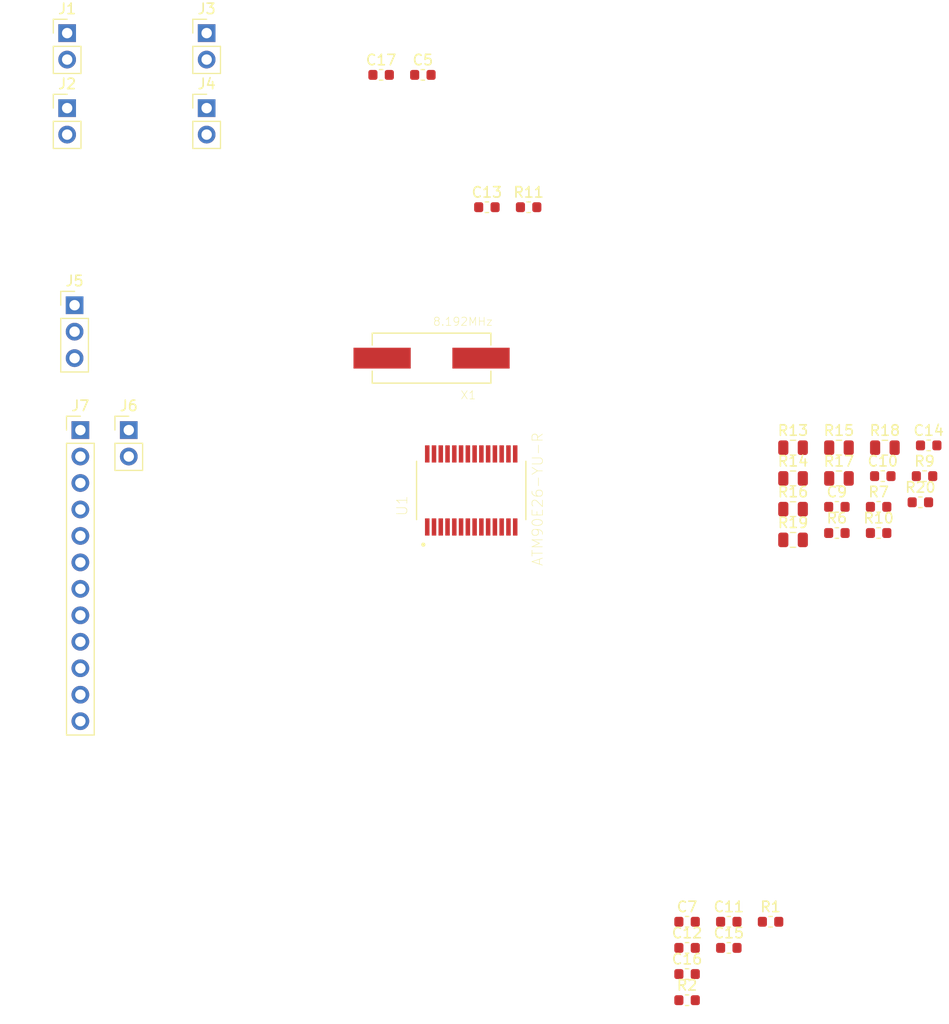
<source format=kicad_pcb>
(kicad_pcb (version 20171130) (host pcbnew 5.1.4-e60b266~84~ubuntu18.04.1)

  (general
    (thickness 1.6)
    (drawings 0)
    (tracks 0)
    (zones 0)
    (modules 35)
    (nets 35)
  )

  (page A4)
  (layers
    (0 F.Cu signal)
    (31 B.Cu signal)
    (32 B.Adhes user)
    (33 F.Adhes user)
    (34 B.Paste user)
    (35 F.Paste user)
    (36 B.SilkS user)
    (37 F.SilkS user)
    (38 B.Mask user)
    (39 F.Mask user)
    (40 Dwgs.User user)
    (41 Cmts.User user)
    (42 Eco1.User user)
    (43 Eco2.User user)
    (44 Edge.Cuts user)
    (45 Margin user)
    (46 B.CrtYd user)
    (47 F.CrtYd user)
    (48 B.Fab user)
    (49 F.Fab user)
  )

  (setup
    (last_trace_width 0.25)
    (trace_clearance 0.2)
    (zone_clearance 0.508)
    (zone_45_only no)
    (trace_min 0.2)
    (via_size 0.8)
    (via_drill 0.4)
    (via_min_size 0.4)
    (via_min_drill 0.3)
    (uvia_size 0.3)
    (uvia_drill 0.1)
    (uvias_allowed no)
    (uvia_min_size 0.2)
    (uvia_min_drill 0.1)
    (edge_width 0.05)
    (segment_width 0.2)
    (pcb_text_width 0.3)
    (pcb_text_size 1.5 1.5)
    (mod_edge_width 0.12)
    (mod_text_size 1 1)
    (mod_text_width 0.15)
    (pad_size 1.524 1.524)
    (pad_drill 0.762)
    (pad_to_mask_clearance 0.051)
    (solder_mask_min_width 0.25)
    (aux_axis_origin 0 0)
    (visible_elements FFFFFF7F)
    (pcbplotparams
      (layerselection 0x010fc_ffffffff)
      (usegerberextensions false)
      (usegerberattributes false)
      (usegerberadvancedattributes false)
      (creategerberjobfile false)
      (excludeedgelayer true)
      (linewidth 0.100000)
      (plotframeref false)
      (viasonmask false)
      (mode 1)
      (useauxorigin false)
      (hpglpennumber 1)
      (hpglpenspeed 20)
      (hpglpendiameter 15.000000)
      (psnegative false)
      (psa4output false)
      (plotreference true)
      (plotvalue true)
      (plotinvisibletext false)
      (padsonsilk false)
      (subtractmaskfromsilk false)
      (outputformat 1)
      (mirror false)
      (drillshape 1)
      (scaleselection 1)
      (outputdirectory ""))
  )

  (net 0 "")
  (net 1 "Net-(C11-Pad1)")
  (net 2 GND)
  (net 3 VDD)
  (net 4 "Net-(C7-Pad1)")
  (net 5 "Net-(C13-Pad1)")
  (net 6 "Net-(C15-Pad2)")
  (net 7 "Net-(C16-Pad2)")
  (net 8 "Net-(J1-Pad2)")
  (net 9 "Net-(C9-Pad1)")
  (net 10 "Net-(C10-Pad2)")
  (net 11 "Net-(C14-Pad1)")
  (net 12 "Net-(R7-Pad2)")
  (net 13 "Net-(R13-Pad2)")
  (net 14 "Net-(R14-Pad2)")
  (net 15 "Net-(R15-Pad1)")
  (net 16 "Net-(R16-Pad2)")
  (net 17 "Net-(R17-Pad1)")
  (net 18 "Net-(R18-Pad2)")
  (net 19 "Net-(J2-Pad2)")
  (net 20 RESET)
  (net 21 I1P)
  (net 22 I1N)
  (net 23 LINE)
  (net 24 "Net-(J5-Pad2)")
  (net 25 WARNOUT)
  (net 26 CF1)
  (net 27 CF2)
  (net 28 IRQ)
  (net 29 ZX)
  (net 30 CS)
  (net 31 SCLK)
  (net 32 SDO_TX)
  (net 33 SDI_RX)
  (net 34 NEUTRAL)

  (net_class Default "This is the default net class."
    (clearance 0.2)
    (trace_width 0.25)
    (via_dia 0.8)
    (via_drill 0.4)
    (uvia_dia 0.3)
    (uvia_drill 0.1)
    (add_net CF1)
    (add_net CF2)
    (add_net CS)
    (add_net GND)
    (add_net I1N)
    (add_net I1P)
    (add_net IRQ)
    (add_net LINE)
    (add_net NEUTRAL)
    (add_net "Net-(C10-Pad2)")
    (add_net "Net-(C11-Pad1)")
    (add_net "Net-(C13-Pad1)")
    (add_net "Net-(C14-Pad1)")
    (add_net "Net-(C15-Pad2)")
    (add_net "Net-(C16-Pad2)")
    (add_net "Net-(C7-Pad1)")
    (add_net "Net-(C9-Pad1)")
    (add_net "Net-(J1-Pad2)")
    (add_net "Net-(J2-Pad2)")
    (add_net "Net-(J5-Pad2)")
    (add_net "Net-(R13-Pad2)")
    (add_net "Net-(R14-Pad2)")
    (add_net "Net-(R15-Pad1)")
    (add_net "Net-(R16-Pad2)")
    (add_net "Net-(R17-Pad1)")
    (add_net "Net-(R18-Pad2)")
    (add_net "Net-(R7-Pad2)")
    (add_net RESET)
    (add_net SCLK)
    (add_net SDI_RX)
    (add_net SDO_TX)
    (add_net VDD)
    (add_net WARNOUT)
    (add_net ZX)
  )

  (module ATM90E26-YU-R:SOP65P780X200-28N (layer F.Cu) (tedit 0) (tstamp 5D6713CA)
    (at 118.11 121.92 90)
    (path /5D66C599)
    (attr smd)
    (fp_text reference U1 (at -1.46583 -6.64375 90) (layer F.SilkS)
      (effects (font (size 1 1) (thickness 0.05)))
    )
    (fp_text value ATM90E26-YU-R (at -0.83261 6.37832 90) (layer F.SilkS)
      (effects (font (size 1 1) (thickness 0.05)))
    )
    (fp_line (start -2.8 -5.25) (end 2.8 -5.25) (layer Eco2.User) (width 0.127))
    (fp_line (start 2.8 -5.25) (end 2.8 5.25) (layer Eco2.User) (width 0.127))
    (fp_line (start 2.8 5.25) (end -2.8 5.25) (layer Eco2.User) (width 0.127))
    (fp_line (start -2.8 5.25) (end -2.8 -5.25) (layer Eco2.User) (width 0.127))
    (fp_line (start -2.8 -5.25) (end 2.8 -5.25) (layer F.SilkS) (width 0.127))
    (fp_line (start 2.8 5.25) (end -2.8 5.25) (layer F.SilkS) (width 0.127))
    (fp_line (start -4.71 -4.72) (end -3.05 -4.72) (layer Eco1.User) (width 0.05))
    (fp_line (start -3.05 -4.72) (end -3.05 -5.5) (layer Eco1.User) (width 0.05))
    (fp_line (start -3.05 -5.5) (end 3.05 -5.5) (layer Eco1.User) (width 0.05))
    (fp_line (start 3.05 -5.5) (end 3.05 -4.72) (layer Eco1.User) (width 0.05))
    (fp_line (start 3.05 -4.72) (end 4.71 -4.72) (layer Eco1.User) (width 0.05))
    (fp_line (start 4.71 -4.72) (end 4.71 4.72) (layer Eco1.User) (width 0.05))
    (fp_line (start 4.71 4.72) (end 3.05 4.72) (layer Eco1.User) (width 0.05))
    (fp_line (start 3.05 4.72) (end 3.05 5.5) (layer Eco1.User) (width 0.05))
    (fp_line (start 3.05 5.5) (end -3.05 5.5) (layer Eco1.User) (width 0.05))
    (fp_line (start -3.05 5.5) (end -3.05 4.72) (layer Eco1.User) (width 0.05))
    (fp_line (start -3.05 4.72) (end -4.71 4.72) (layer Eco1.User) (width 0.05))
    (fp_line (start -4.71 4.72) (end -4.71 -4.72) (layer Eco1.User) (width 0.05))
    (fp_circle (center -5.2 -4.6) (end -5.1 -4.6) (layer F.SilkS) (width 0.2))
    (fp_circle (center -5.2 -4.6) (end -5.1 -4.6) (layer Eco2.User) (width 0.2))
    (pad 1 smd rect (at -3.505 -4.225 90) (size 1.651 0.4318) (layers F.Cu F.Paste F.Mask)
      (net 8 "Net-(J1-Pad2)"))
    (pad 2 smd rect (at -3.505 -3.575 90) (size 1.651 0.4318) (layers F.Cu F.Paste F.Mask)
      (net 2 GND))
    (pad 3 smd rect (at -3.505 -2.925 90) (size 1.651 0.4318) (layers F.Cu F.Paste F.Mask)
      (net 3 VDD))
    (pad 4 smd rect (at -3.505 -2.275 90) (size 1.651 0.4318) (layers F.Cu F.Paste F.Mask)
      (net 20 RESET))
    (pad 5 smd rect (at -3.505 -1.625 90) (size 1.651 0.4318) (layers F.Cu F.Paste F.Mask)
      (net 4 "Net-(C7-Pad1)"))
    (pad 6 smd rect (at -3.505 -0.975 90) (size 1.651 0.4318) (layers F.Cu F.Paste F.Mask)
      (net 2 GND))
    (pad 7 smd rect (at -3.505 -0.325 90) (size 1.651 0.4318) (layers F.Cu F.Paste F.Mask)
      (net 2 GND))
    (pad 8 smd rect (at -3.505 0.325 90) (size 1.651 0.4318) (layers F.Cu F.Paste F.Mask)
      (net 2 GND))
    (pad 9 smd rect (at -3.505 0.975 90) (size 1.651 0.4318) (layers F.Cu F.Paste F.Mask)
      (net 2 GND))
    (pad 10 smd rect (at -3.505 1.625 90) (size 1.651 0.4318) (layers F.Cu F.Paste F.Mask)
      (net 9 "Net-(C9-Pad1)"))
    (pad 11 smd rect (at -3.505 2.275 90) (size 1.651 0.4318) (layers F.Cu F.Paste F.Mask)
      (net 10 "Net-(C10-Pad2)"))
    (pad 12 smd rect (at -3.505 2.925 90) (size 1.651 0.4318) (layers F.Cu F.Paste F.Mask)
      (net 24 "Net-(J5-Pad2)"))
    (pad 13 smd rect (at -3.505 3.575 90) (size 1.651 0.4318) (layers F.Cu F.Paste F.Mask)
      (net 1 "Net-(C11-Pad1)"))
    (pad 14 smd rect (at -3.505 4.225 90) (size 1.651 0.4318) (layers F.Cu F.Paste F.Mask)
      (net 2 GND))
    (pad 15 smd rect (at 3.505 4.225 90) (size 1.651 0.4318) (layers F.Cu F.Paste F.Mask)
      (net 5 "Net-(C13-Pad1)"))
    (pad 16 smd rect (at 3.505 3.575 90) (size 1.651 0.4318) (layers F.Cu F.Paste F.Mask)
      (net 11 "Net-(C14-Pad1)"))
    (pad 17 smd rect (at 3.505 2.925 90) (size 1.651 0.4318) (layers F.Cu F.Paste F.Mask)
      (net 25 WARNOUT))
    (pad 18 smd rect (at 3.505 2.275 90) (size 1.651 0.4318) (layers F.Cu F.Paste F.Mask)
      (net 26 CF1))
    (pad 19 smd rect (at 3.505 1.625 90) (size 1.651 0.4318) (layers F.Cu F.Paste F.Mask)
      (net 27 CF2))
    (pad 20 smd rect (at 3.505 0.975 90) (size 1.651 0.4318) (layers F.Cu F.Paste F.Mask)
      (net 28 IRQ))
    (pad 21 smd rect (at 3.505 0.325 90) (size 1.651 0.4318) (layers F.Cu F.Paste F.Mask)
      (net 29 ZX))
    (pad 22 smd rect (at 3.505 -0.325 90) (size 1.651 0.4318) (layers F.Cu F.Paste F.Mask)
      (net 6 "Net-(C15-Pad2)"))
    (pad 23 smd rect (at 3.505 -0.975 90) (size 1.651 0.4318) (layers F.Cu F.Paste F.Mask)
      (net 7 "Net-(C16-Pad2)"))
    (pad 24 smd rect (at 3.505 -1.625 90) (size 1.651 0.4318) (layers F.Cu F.Paste F.Mask)
      (net 30 CS))
    (pad 25 smd rect (at 3.505 -2.275 90) (size 1.651 0.4318) (layers F.Cu F.Paste F.Mask)
      (net 31 SCLK))
    (pad 26 smd rect (at 3.505 -2.925 90) (size 1.651 0.4318) (layers F.Cu F.Paste F.Mask)
      (net 32 SDO_TX))
    (pad 27 smd rect (at 3.505 -3.575 90) (size 1.651 0.4318) (layers F.Cu F.Paste F.Mask)
      (net 33 SDI_RX))
    (pad 28 smd rect (at 3.505 -4.225 90) (size 1.651 0.4318) (layers F.Cu F.Paste F.Mask)
      (net 19 "Net-(J2-Pad2)"))
  )

  (module Capacitor_SMD:C_0603_1608Metric (layer F.Cu) (tedit 5B301BBE) (tstamp 5D671485)
    (at 109.455001 82.035001)
    (descr "Capacitor SMD 0603 (1608 Metric), square (rectangular) end terminal, IPC_7351 nominal, (Body size source: http://www.tortai-tech.com/upload/download/2011102023233369053.pdf), generated with kicad-footprint-generator")
    (tags capacitor)
    (path /5D670A54)
    (attr smd)
    (fp_text reference C17 (at 0 -1.43) (layer F.SilkS)
      (effects (font (size 1 1) (thickness 0.15)))
    )
    (fp_text value 10uF (at 0 1.43) (layer F.Fab)
      (effects (font (size 1 1) (thickness 0.15)))
    )
    (fp_text user %R (at 0 0) (layer F.Fab)
      (effects (font (size 0.4 0.4) (thickness 0.06)))
    )
    (fp_line (start 1.48 0.73) (end -1.48 0.73) (layer F.CrtYd) (width 0.05))
    (fp_line (start 1.48 -0.73) (end 1.48 0.73) (layer F.CrtYd) (width 0.05))
    (fp_line (start -1.48 -0.73) (end 1.48 -0.73) (layer F.CrtYd) (width 0.05))
    (fp_line (start -1.48 0.73) (end -1.48 -0.73) (layer F.CrtYd) (width 0.05))
    (fp_line (start -0.162779 0.51) (end 0.162779 0.51) (layer F.SilkS) (width 0.12))
    (fp_line (start -0.162779 -0.51) (end 0.162779 -0.51) (layer F.SilkS) (width 0.12))
    (fp_line (start 0.8 0.4) (end -0.8 0.4) (layer F.Fab) (width 0.1))
    (fp_line (start 0.8 -0.4) (end 0.8 0.4) (layer F.Fab) (width 0.1))
    (fp_line (start -0.8 -0.4) (end 0.8 -0.4) (layer F.Fab) (width 0.1))
    (fp_line (start -0.8 0.4) (end -0.8 -0.4) (layer F.Fab) (width 0.1))
    (pad 2 smd roundrect (at 0.7875 0) (size 0.875 0.95) (layers F.Cu F.Paste F.Mask) (roundrect_rratio 0.25)
      (net 2 GND))
    (pad 1 smd roundrect (at -0.7875 0) (size 0.875 0.95) (layers F.Cu F.Paste F.Mask) (roundrect_rratio 0.25)
      (net 3 VDD))
    (model ${KISYS3DMOD}/Capacitor_SMD.3dshapes/C_0603_1608Metric.wrl
      (at (xyz 0 0 0))
      (scale (xyz 1 1 1))
      (rotate (xyz 0 0 0))
    )
  )

  (module Capacitor_SMD:C_0603_1608Metric (layer F.Cu) (tedit 5B301BBE) (tstamp 5D671496)
    (at 113.465001 82.035001)
    (descr "Capacitor SMD 0603 (1608 Metric), square (rectangular) end terminal, IPC_7351 nominal, (Body size source: http://www.tortai-tech.com/upload/download/2011102023233369053.pdf), generated with kicad-footprint-generator")
    (tags capacitor)
    (path /5D66E7FC)
    (attr smd)
    (fp_text reference C5 (at 0 -1.43) (layer F.SilkS)
      (effects (font (size 1 1) (thickness 0.15)))
    )
    (fp_text value 0.1uF (at 0 1.43) (layer F.Fab)
      (effects (font (size 1 1) (thickness 0.15)))
    )
    (fp_line (start -0.8 0.4) (end -0.8 -0.4) (layer F.Fab) (width 0.1))
    (fp_line (start -0.8 -0.4) (end 0.8 -0.4) (layer F.Fab) (width 0.1))
    (fp_line (start 0.8 -0.4) (end 0.8 0.4) (layer F.Fab) (width 0.1))
    (fp_line (start 0.8 0.4) (end -0.8 0.4) (layer F.Fab) (width 0.1))
    (fp_line (start -0.162779 -0.51) (end 0.162779 -0.51) (layer F.SilkS) (width 0.12))
    (fp_line (start -0.162779 0.51) (end 0.162779 0.51) (layer F.SilkS) (width 0.12))
    (fp_line (start -1.48 0.73) (end -1.48 -0.73) (layer F.CrtYd) (width 0.05))
    (fp_line (start -1.48 -0.73) (end 1.48 -0.73) (layer F.CrtYd) (width 0.05))
    (fp_line (start 1.48 -0.73) (end 1.48 0.73) (layer F.CrtYd) (width 0.05))
    (fp_line (start 1.48 0.73) (end -1.48 0.73) (layer F.CrtYd) (width 0.05))
    (fp_text user %R (at 0 0) (layer F.Fab)
      (effects (font (size 0.4 0.4) (thickness 0.06)))
    )
    (pad 1 smd roundrect (at -0.7875 0) (size 0.875 0.95) (layers F.Cu F.Paste F.Mask) (roundrect_rratio 0.25)
      (net 3 VDD))
    (pad 2 smd roundrect (at 0.7875 0) (size 0.875 0.95) (layers F.Cu F.Paste F.Mask) (roundrect_rratio 0.25)
      (net 2 GND))
    (model ${KISYS3DMOD}/Capacitor_SMD.3dshapes/C_0603_1608Metric.wrl
      (at (xyz 0 0 0))
      (scale (xyz 1 1 1))
      (rotate (xyz 0 0 0))
    )
  )

  (module Capacitor_SMD:C_0603_1608Metric (layer F.Cu) (tedit 5B301BBE) (tstamp 5D671534)
    (at 119.615001 94.735001)
    (descr "Capacitor SMD 0603 (1608 Metric), square (rectangular) end terminal, IPC_7351 nominal, (Body size source: http://www.tortai-tech.com/upload/download/2011102023233369053.pdf), generated with kicad-footprint-generator")
    (tags capacitor)
    (path /5D679CAC)
    (attr smd)
    (fp_text reference C13 (at 0 -1.43) (layer F.SilkS)
      (effects (font (size 1 1) (thickness 0.15)))
    )
    (fp_text value 33nF (at 0 1.43) (layer F.Fab)
      (effects (font (size 1 1) (thickness 0.15)))
    )
    (fp_line (start -0.8 0.4) (end -0.8 -0.4) (layer F.Fab) (width 0.1))
    (fp_line (start -0.8 -0.4) (end 0.8 -0.4) (layer F.Fab) (width 0.1))
    (fp_line (start 0.8 -0.4) (end 0.8 0.4) (layer F.Fab) (width 0.1))
    (fp_line (start 0.8 0.4) (end -0.8 0.4) (layer F.Fab) (width 0.1))
    (fp_line (start -0.162779 -0.51) (end 0.162779 -0.51) (layer F.SilkS) (width 0.12))
    (fp_line (start -0.162779 0.51) (end 0.162779 0.51) (layer F.SilkS) (width 0.12))
    (fp_line (start -1.48 0.73) (end -1.48 -0.73) (layer F.CrtYd) (width 0.05))
    (fp_line (start -1.48 -0.73) (end 1.48 -0.73) (layer F.CrtYd) (width 0.05))
    (fp_line (start 1.48 -0.73) (end 1.48 0.73) (layer F.CrtYd) (width 0.05))
    (fp_line (start 1.48 0.73) (end -1.48 0.73) (layer F.CrtYd) (width 0.05))
    (fp_text user %R (at 0 0) (layer F.Fab)
      (effects (font (size 0.4 0.4) (thickness 0.06)))
    )
    (pad 1 smd roundrect (at -0.7875 0) (size 0.875 0.95) (layers F.Cu F.Paste F.Mask) (roundrect_rratio 0.25)
      (net 5 "Net-(C13-Pad1)"))
    (pad 2 smd roundrect (at 0.7875 0) (size 0.875 0.95) (layers F.Cu F.Paste F.Mask) (roundrect_rratio 0.25)
      (net 2 GND))
    (model ${KISYS3DMOD}/Capacitor_SMD.3dshapes/C_0603_1608Metric.wrl
      (at (xyz 0 0 0))
      (scale (xyz 1 1 1))
      (rotate (xyz 0 0 0))
    )
  )

  (module Resistor_SMD:R_0603_1608Metric (layer F.Cu) (tedit 5B301BBD) (tstamp 5D671545)
    (at 123.625001 94.735001)
    (descr "Resistor SMD 0603 (1608 Metric), square (rectangular) end terminal, IPC_7351 nominal, (Body size source: http://www.tortai-tech.com/upload/download/2011102023233369053.pdf), generated with kicad-footprint-generator")
    (tags resistor)
    (path /5D67B1DA)
    (attr smd)
    (fp_text reference R11 (at 0 -1.43) (layer F.SilkS)
      (effects (font (size 1 1) (thickness 0.15)))
    )
    (fp_text value 1k (at 0 1.43) (layer F.Fab)
      (effects (font (size 1 1) (thickness 0.15)))
    )
    (fp_line (start -0.8 0.4) (end -0.8 -0.4) (layer F.Fab) (width 0.1))
    (fp_line (start -0.8 -0.4) (end 0.8 -0.4) (layer F.Fab) (width 0.1))
    (fp_line (start 0.8 -0.4) (end 0.8 0.4) (layer F.Fab) (width 0.1))
    (fp_line (start 0.8 0.4) (end -0.8 0.4) (layer F.Fab) (width 0.1))
    (fp_line (start -0.162779 -0.51) (end 0.162779 -0.51) (layer F.SilkS) (width 0.12))
    (fp_line (start -0.162779 0.51) (end 0.162779 0.51) (layer F.SilkS) (width 0.12))
    (fp_line (start -1.48 0.73) (end -1.48 -0.73) (layer F.CrtYd) (width 0.05))
    (fp_line (start -1.48 -0.73) (end 1.48 -0.73) (layer F.CrtYd) (width 0.05))
    (fp_line (start 1.48 -0.73) (end 1.48 0.73) (layer F.CrtYd) (width 0.05))
    (fp_line (start 1.48 0.73) (end -1.48 0.73) (layer F.CrtYd) (width 0.05))
    (fp_text user %R (at 0 0) (layer F.Fab)
      (effects (font (size 0.4 0.4) (thickness 0.06)))
    )
    (pad 1 smd roundrect (at -0.7875 0) (size 0.875 0.95) (layers F.Cu F.Paste F.Mask) (roundrect_rratio 0.25)
      (net 5 "Net-(C13-Pad1)"))
    (pad 2 smd roundrect (at 0.7875 0) (size 0.875 0.95) (layers F.Cu F.Paste F.Mask) (roundrect_rratio 0.25)
      (net 2 GND))
    (model ${KISYS3DMOD}/Resistor_SMD.3dshapes/R_0603_1608Metric.wrl
      (at (xyz 0 0 0))
      (scale (xyz 1 1 1))
      (rotate (xyz 0 0 0))
    )
  )

  (module Capacitor_SMD:C_0603_1608Metric (layer F.Cu) (tedit 5B301BBE) (tstamp 5D6716D5)
    (at 138.845001 163.315001)
    (descr "Capacitor SMD 0603 (1608 Metric), square (rectangular) end terminal, IPC_7351 nominal, (Body size source: http://www.tortai-tech.com/upload/download/2011102023233369053.pdf), generated with kicad-footprint-generator")
    (tags capacitor)
    (path /5D6B7106)
    (attr smd)
    (fp_text reference C7 (at 0 -1.43) (layer F.SilkS)
      (effects (font (size 1 1) (thickness 0.15)))
    )
    (fp_text value 0.1uF (at 0 1.43) (layer F.Fab)
      (effects (font (size 1 1) (thickness 0.15)))
    )
    (fp_line (start -0.8 0.4) (end -0.8 -0.4) (layer F.Fab) (width 0.1))
    (fp_line (start -0.8 -0.4) (end 0.8 -0.4) (layer F.Fab) (width 0.1))
    (fp_line (start 0.8 -0.4) (end 0.8 0.4) (layer F.Fab) (width 0.1))
    (fp_line (start 0.8 0.4) (end -0.8 0.4) (layer F.Fab) (width 0.1))
    (fp_line (start -0.162779 -0.51) (end 0.162779 -0.51) (layer F.SilkS) (width 0.12))
    (fp_line (start -0.162779 0.51) (end 0.162779 0.51) (layer F.SilkS) (width 0.12))
    (fp_line (start -1.48 0.73) (end -1.48 -0.73) (layer F.CrtYd) (width 0.05))
    (fp_line (start -1.48 -0.73) (end 1.48 -0.73) (layer F.CrtYd) (width 0.05))
    (fp_line (start 1.48 -0.73) (end 1.48 0.73) (layer F.CrtYd) (width 0.05))
    (fp_line (start 1.48 0.73) (end -1.48 0.73) (layer F.CrtYd) (width 0.05))
    (fp_text user %R (at 0 0) (layer F.Fab)
      (effects (font (size 0.4 0.4) (thickness 0.06)))
    )
    (pad 1 smd roundrect (at -0.7875 0) (size 0.875 0.95) (layers F.Cu F.Paste F.Mask) (roundrect_rratio 0.25)
      (net 4 "Net-(C7-Pad1)"))
    (pad 2 smd roundrect (at 0.7875 0) (size 0.875 0.95) (layers F.Cu F.Paste F.Mask) (roundrect_rratio 0.25)
      (net 2 GND))
    (model ${KISYS3DMOD}/Capacitor_SMD.3dshapes/C_0603_1608Metric.wrl
      (at (xyz 0 0 0))
      (scale (xyz 1 1 1))
      (rotate (xyz 0 0 0))
    )
  )

  (module Capacitor_SMD:C_0603_1608Metric (layer F.Cu) (tedit 5B301BBE) (tstamp 5D6716E6)
    (at 142.855001 163.315001)
    (descr "Capacitor SMD 0603 (1608 Metric), square (rectangular) end terminal, IPC_7351 nominal, (Body size source: http://www.tortai-tech.com/upload/download/2011102023233369053.pdf), generated with kicad-footprint-generator")
    (tags capacitor)
    (path /5D68FDAC)
    (attr smd)
    (fp_text reference C11 (at 0 -1.43) (layer F.SilkS)
      (effects (font (size 1 1) (thickness 0.15)))
    )
    (fp_text value 1uF (at 0 1.43) (layer F.Fab)
      (effects (font (size 1 1) (thickness 0.15)))
    )
    (fp_line (start -0.8 0.4) (end -0.8 -0.4) (layer F.Fab) (width 0.1))
    (fp_line (start -0.8 -0.4) (end 0.8 -0.4) (layer F.Fab) (width 0.1))
    (fp_line (start 0.8 -0.4) (end 0.8 0.4) (layer F.Fab) (width 0.1))
    (fp_line (start 0.8 0.4) (end -0.8 0.4) (layer F.Fab) (width 0.1))
    (fp_line (start -0.162779 -0.51) (end 0.162779 -0.51) (layer F.SilkS) (width 0.12))
    (fp_line (start -0.162779 0.51) (end 0.162779 0.51) (layer F.SilkS) (width 0.12))
    (fp_line (start -1.48 0.73) (end -1.48 -0.73) (layer F.CrtYd) (width 0.05))
    (fp_line (start -1.48 -0.73) (end 1.48 -0.73) (layer F.CrtYd) (width 0.05))
    (fp_line (start 1.48 -0.73) (end 1.48 0.73) (layer F.CrtYd) (width 0.05))
    (fp_line (start 1.48 0.73) (end -1.48 0.73) (layer F.CrtYd) (width 0.05))
    (fp_text user %R (at 0 0) (layer F.Fab)
      (effects (font (size 0.4 0.4) (thickness 0.06)))
    )
    (pad 1 smd roundrect (at -0.7875 0) (size 0.875 0.95) (layers F.Cu F.Paste F.Mask) (roundrect_rratio 0.25)
      (net 1 "Net-(C11-Pad1)"))
    (pad 2 smd roundrect (at 0.7875 0) (size 0.875 0.95) (layers F.Cu F.Paste F.Mask) (roundrect_rratio 0.25)
      (net 2 GND))
    (model ${KISYS3DMOD}/Capacitor_SMD.3dshapes/C_0603_1608Metric.wrl
      (at (xyz 0 0 0))
      (scale (xyz 1 1 1))
      (rotate (xyz 0 0 0))
    )
  )

  (module Capacitor_SMD:C_0603_1608Metric (layer F.Cu) (tedit 5B301BBE) (tstamp 5D6716F7)
    (at 138.845001 165.825001)
    (descr "Capacitor SMD 0603 (1608 Metric), square (rectangular) end terminal, IPC_7351 nominal, (Body size source: http://www.tortai-tech.com/upload/download/2011102023233369053.pdf), generated with kicad-footprint-generator")
    (tags capacitor)
    (path /5D690606)
    (attr smd)
    (fp_text reference C12 (at 0 -1.43) (layer F.SilkS)
      (effects (font (size 1 1) (thickness 0.15)))
    )
    (fp_text value 10nF (at 0 1.43) (layer F.Fab)
      (effects (font (size 1 1) (thickness 0.15)))
    )
    (fp_text user %R (at 0 0) (layer F.Fab)
      (effects (font (size 0.4 0.4) (thickness 0.06)))
    )
    (fp_line (start 1.48 0.73) (end -1.48 0.73) (layer F.CrtYd) (width 0.05))
    (fp_line (start 1.48 -0.73) (end 1.48 0.73) (layer F.CrtYd) (width 0.05))
    (fp_line (start -1.48 -0.73) (end 1.48 -0.73) (layer F.CrtYd) (width 0.05))
    (fp_line (start -1.48 0.73) (end -1.48 -0.73) (layer F.CrtYd) (width 0.05))
    (fp_line (start -0.162779 0.51) (end 0.162779 0.51) (layer F.SilkS) (width 0.12))
    (fp_line (start -0.162779 -0.51) (end 0.162779 -0.51) (layer F.SilkS) (width 0.12))
    (fp_line (start 0.8 0.4) (end -0.8 0.4) (layer F.Fab) (width 0.1))
    (fp_line (start 0.8 -0.4) (end 0.8 0.4) (layer F.Fab) (width 0.1))
    (fp_line (start -0.8 -0.4) (end 0.8 -0.4) (layer F.Fab) (width 0.1))
    (fp_line (start -0.8 0.4) (end -0.8 -0.4) (layer F.Fab) (width 0.1))
    (pad 2 smd roundrect (at 0.7875 0) (size 0.875 0.95) (layers F.Cu F.Paste F.Mask) (roundrect_rratio 0.25)
      (net 2 GND))
    (pad 1 smd roundrect (at -0.7875 0) (size 0.875 0.95) (layers F.Cu F.Paste F.Mask) (roundrect_rratio 0.25)
      (net 1 "Net-(C11-Pad1)"))
    (model ${KISYS3DMOD}/Capacitor_SMD.3dshapes/C_0603_1608Metric.wrl
      (at (xyz 0 0 0))
      (scale (xyz 1 1 1))
      (rotate (xyz 0 0 0))
    )
  )

  (module Capacitor_SMD:C_0603_1608Metric (layer F.Cu) (tedit 5B301BBE) (tstamp 5D671708)
    (at 142.855001 165.825001)
    (descr "Capacitor SMD 0603 (1608 Metric), square (rectangular) end terminal, IPC_7351 nominal, (Body size source: http://www.tortai-tech.com/upload/download/2011102023233369053.pdf), generated with kicad-footprint-generator")
    (tags capacitor)
    (path /5D6C5D10)
    (attr smd)
    (fp_text reference C15 (at 0 -1.43) (layer F.SilkS)
      (effects (font (size 1 1) (thickness 0.15)))
    )
    (fp_text value 12pF (at 0 1.43) (layer F.Fab)
      (effects (font (size 1 1) (thickness 0.15)))
    )
    (fp_text user %R (at 0 0) (layer F.Fab)
      (effects (font (size 0.4 0.4) (thickness 0.06)))
    )
    (fp_line (start 1.48 0.73) (end -1.48 0.73) (layer F.CrtYd) (width 0.05))
    (fp_line (start 1.48 -0.73) (end 1.48 0.73) (layer F.CrtYd) (width 0.05))
    (fp_line (start -1.48 -0.73) (end 1.48 -0.73) (layer F.CrtYd) (width 0.05))
    (fp_line (start -1.48 0.73) (end -1.48 -0.73) (layer F.CrtYd) (width 0.05))
    (fp_line (start -0.162779 0.51) (end 0.162779 0.51) (layer F.SilkS) (width 0.12))
    (fp_line (start -0.162779 -0.51) (end 0.162779 -0.51) (layer F.SilkS) (width 0.12))
    (fp_line (start 0.8 0.4) (end -0.8 0.4) (layer F.Fab) (width 0.1))
    (fp_line (start 0.8 -0.4) (end 0.8 0.4) (layer F.Fab) (width 0.1))
    (fp_line (start -0.8 -0.4) (end 0.8 -0.4) (layer F.Fab) (width 0.1))
    (fp_line (start -0.8 0.4) (end -0.8 -0.4) (layer F.Fab) (width 0.1))
    (pad 2 smd roundrect (at 0.7875 0) (size 0.875 0.95) (layers F.Cu F.Paste F.Mask) (roundrect_rratio 0.25)
      (net 6 "Net-(C15-Pad2)"))
    (pad 1 smd roundrect (at -0.7875 0) (size 0.875 0.95) (layers F.Cu F.Paste F.Mask) (roundrect_rratio 0.25)
      (net 2 GND))
    (model ${KISYS3DMOD}/Capacitor_SMD.3dshapes/C_0603_1608Metric.wrl
      (at (xyz 0 0 0))
      (scale (xyz 1 1 1))
      (rotate (xyz 0 0 0))
    )
  )

  (module Capacitor_SMD:C_0603_1608Metric (layer F.Cu) (tedit 5B301BBE) (tstamp 5D671719)
    (at 138.845001 168.335001)
    (descr "Capacitor SMD 0603 (1608 Metric), square (rectangular) end terminal, IPC_7351 nominal, (Body size source: http://www.tortai-tech.com/upload/download/2011102023233369053.pdf), generated with kicad-footprint-generator")
    (tags capacitor)
    (path /5D6C6301)
    (attr smd)
    (fp_text reference C16 (at 0 -1.43) (layer F.SilkS)
      (effects (font (size 1 1) (thickness 0.15)))
    )
    (fp_text value 12pF (at 0 1.43) (layer F.Fab)
      (effects (font (size 1 1) (thickness 0.15)))
    )
    (fp_line (start -0.8 0.4) (end -0.8 -0.4) (layer F.Fab) (width 0.1))
    (fp_line (start -0.8 -0.4) (end 0.8 -0.4) (layer F.Fab) (width 0.1))
    (fp_line (start 0.8 -0.4) (end 0.8 0.4) (layer F.Fab) (width 0.1))
    (fp_line (start 0.8 0.4) (end -0.8 0.4) (layer F.Fab) (width 0.1))
    (fp_line (start -0.162779 -0.51) (end 0.162779 -0.51) (layer F.SilkS) (width 0.12))
    (fp_line (start -0.162779 0.51) (end 0.162779 0.51) (layer F.SilkS) (width 0.12))
    (fp_line (start -1.48 0.73) (end -1.48 -0.73) (layer F.CrtYd) (width 0.05))
    (fp_line (start -1.48 -0.73) (end 1.48 -0.73) (layer F.CrtYd) (width 0.05))
    (fp_line (start 1.48 -0.73) (end 1.48 0.73) (layer F.CrtYd) (width 0.05))
    (fp_line (start 1.48 0.73) (end -1.48 0.73) (layer F.CrtYd) (width 0.05))
    (fp_text user %R (at 0 0) (layer F.Fab)
      (effects (font (size 0.4 0.4) (thickness 0.06)))
    )
    (pad 1 smd roundrect (at -0.7875 0) (size 0.875 0.95) (layers F.Cu F.Paste F.Mask) (roundrect_rratio 0.25)
      (net 2 GND))
    (pad 2 smd roundrect (at 0.7875 0) (size 0.875 0.95) (layers F.Cu F.Paste F.Mask) (roundrect_rratio 0.25)
      (net 7 "Net-(C16-Pad2)"))
    (model ${KISYS3DMOD}/Capacitor_SMD.3dshapes/C_0603_1608Metric.wrl
      (at (xyz 0 0 0))
      (scale (xyz 1 1 1))
      (rotate (xyz 0 0 0))
    )
  )

  (module Resistor_SMD:R_0603_1608Metric (layer F.Cu) (tedit 5B301BBD) (tstamp 5D67172A)
    (at 146.865001 163.315001)
    (descr "Resistor SMD 0603 (1608 Metric), square (rectangular) end terminal, IPC_7351 nominal, (Body size source: http://www.tortai-tech.com/upload/download/2011102023233369053.pdf), generated with kicad-footprint-generator")
    (tags resistor)
    (path /5D6A7770)
    (attr smd)
    (fp_text reference R1 (at 0 -1.43) (layer F.SilkS)
      (effects (font (size 1 1) (thickness 0.15)))
    )
    (fp_text value 0 (at 0 1.43) (layer F.Fab)
      (effects (font (size 1 1) (thickness 0.15)))
    )
    (fp_text user %R (at 0 0) (layer F.Fab)
      (effects (font (size 0.4 0.4) (thickness 0.06)))
    )
    (fp_line (start 1.48 0.73) (end -1.48 0.73) (layer F.CrtYd) (width 0.05))
    (fp_line (start 1.48 -0.73) (end 1.48 0.73) (layer F.CrtYd) (width 0.05))
    (fp_line (start -1.48 -0.73) (end 1.48 -0.73) (layer F.CrtYd) (width 0.05))
    (fp_line (start -1.48 0.73) (end -1.48 -0.73) (layer F.CrtYd) (width 0.05))
    (fp_line (start -0.162779 0.51) (end 0.162779 0.51) (layer F.SilkS) (width 0.12))
    (fp_line (start -0.162779 -0.51) (end 0.162779 -0.51) (layer F.SilkS) (width 0.12))
    (fp_line (start 0.8 0.4) (end -0.8 0.4) (layer F.Fab) (width 0.1))
    (fp_line (start 0.8 -0.4) (end 0.8 0.4) (layer F.Fab) (width 0.1))
    (fp_line (start -0.8 -0.4) (end 0.8 -0.4) (layer F.Fab) (width 0.1))
    (fp_line (start -0.8 0.4) (end -0.8 -0.4) (layer F.Fab) (width 0.1))
    (pad 2 smd roundrect (at 0.7875 0) (size 0.875 0.95) (layers F.Cu F.Paste F.Mask) (roundrect_rratio 0.25)
      (net 4 "Net-(C7-Pad1)"))
    (pad 1 smd roundrect (at -0.7875 0) (size 0.875 0.95) (layers F.Cu F.Paste F.Mask) (roundrect_rratio 0.25)
      (net 3 VDD))
    (model ${KISYS3DMOD}/Resistor_SMD.3dshapes/R_0603_1608Metric.wrl
      (at (xyz 0 0 0))
      (scale (xyz 1 1 1))
      (rotate (xyz 0 0 0))
    )
  )

  (module Resistor_SMD:R_0603_1608Metric (layer F.Cu) (tedit 5B301BBD) (tstamp 5D67173B)
    (at 138.845001 170.845001)
    (descr "Resistor SMD 0603 (1608 Metric), square (rectangular) end terminal, IPC_7351 nominal, (Body size source: http://www.tortai-tech.com/upload/download/2011102023233369053.pdf), generated with kicad-footprint-generator")
    (tags resistor)
    (path /5D69E1A0)
    (attr smd)
    (fp_text reference R2 (at 0 -1.43) (layer F.SilkS)
      (effects (font (size 1 1) (thickness 0.15)))
    )
    (fp_text value 1k (at 0 1.43) (layer F.Fab)
      (effects (font (size 1 1) (thickness 0.15)))
    )
    (fp_line (start -0.8 0.4) (end -0.8 -0.4) (layer F.Fab) (width 0.1))
    (fp_line (start -0.8 -0.4) (end 0.8 -0.4) (layer F.Fab) (width 0.1))
    (fp_line (start 0.8 -0.4) (end 0.8 0.4) (layer F.Fab) (width 0.1))
    (fp_line (start 0.8 0.4) (end -0.8 0.4) (layer F.Fab) (width 0.1))
    (fp_line (start -0.162779 -0.51) (end 0.162779 -0.51) (layer F.SilkS) (width 0.12))
    (fp_line (start -0.162779 0.51) (end 0.162779 0.51) (layer F.SilkS) (width 0.12))
    (fp_line (start -1.48 0.73) (end -1.48 -0.73) (layer F.CrtYd) (width 0.05))
    (fp_line (start -1.48 -0.73) (end 1.48 -0.73) (layer F.CrtYd) (width 0.05))
    (fp_line (start 1.48 -0.73) (end 1.48 0.73) (layer F.CrtYd) (width 0.05))
    (fp_line (start 1.48 0.73) (end -1.48 0.73) (layer F.CrtYd) (width 0.05))
    (fp_text user %R (at 0 0) (layer F.Fab)
      (effects (font (size 0.4 0.4) (thickness 0.06)))
    )
    (pad 1 smd roundrect (at -0.7875 0) (size 0.875 0.95) (layers F.Cu F.Paste F.Mask) (roundrect_rratio 0.25)
      (net 3 VDD))
    (pad 2 smd roundrect (at 0.7875 0) (size 0.875 0.95) (layers F.Cu F.Paste F.Mask) (roundrect_rratio 0.25)
      (net 20 RESET))
    (model ${KISYS3DMOD}/Resistor_SMD.3dshapes/R_0603_1608Metric.wrl
      (at (xyz 0 0 0))
      (scale (xyz 1 1 1))
      (rotate (xyz 0 0 0))
    )
  )

  (module ECS-40-18-5PXEN-TR:XTAL_ECS-40-18-5PXEN-TR (layer F.Cu) (tedit 0) (tstamp 5D676B88)
    (at 114.3 109.22 180)
    (path /5D6DFB5C)
    (attr smd)
    (fp_text reference X1 (at -3.53156 -3.55164) (layer F.SilkS)
      (effects (font (size 0.789992 0.789992) (thickness 0.05)))
    )
    (fp_text value 8.192MHz (at -3.00351 3.50409) (layer F.SilkS)
      (effects (font (size 0.788323 0.788323) (thickness 0.05)))
    )
    (fp_line (start -5.7 -2.4) (end -5.7 2.4) (layer Eco2.User) (width 0.127))
    (fp_line (start -5.7 2.4) (end 5.7 2.4) (layer Eco2.User) (width 0.127))
    (fp_line (start 5.7 2.4) (end 5.7 -2.4) (layer Eco2.User) (width 0.127))
    (fp_line (start 5.7 -2.4) (end -5.7 -2.4) (layer Eco2.User) (width 0.127))
    (fp_line (start -5.7 -1.254) (end -5.7 -2.4) (layer F.SilkS) (width 0.127))
    (fp_line (start -5.7 -2.4) (end 5.7 -2.4) (layer F.SilkS) (width 0.127))
    (fp_line (start 5.7 -2.4) (end 5.7 -1.254) (layer F.SilkS) (width 0.127))
    (fp_line (start 5.7 1.254) (end 5.7 2.4) (layer F.SilkS) (width 0.127))
    (fp_line (start 5.7 2.4) (end -5.7 2.4) (layer F.SilkS) (width 0.127))
    (fp_line (start -5.7 2.4) (end -5.7 1.254) (layer F.SilkS) (width 0.127))
    (fp_line (start -5.95 -2.65) (end 5.95 -2.65) (layer Eco1.User) (width 0.05))
    (fp_line (start 5.95 -2.65) (end 5.95 -1.25) (layer Eco1.User) (width 0.05))
    (fp_line (start 5.95 -1.25) (end 7.75 -1.25) (layer Eco1.User) (width 0.05))
    (fp_line (start 7.75 -1.25) (end 7.75 1.25) (layer Eco1.User) (width 0.05))
    (fp_line (start 7.75 1.25) (end 5.95 1.25) (layer Eco1.User) (width 0.05))
    (fp_line (start 5.95 1.25) (end 5.95 2.65) (layer Eco1.User) (width 0.05))
    (fp_line (start 5.95 2.65) (end -5.95 2.65) (layer Eco1.User) (width 0.05))
    (fp_line (start -5.95 2.65) (end -5.95 1.25) (layer Eco1.User) (width 0.05))
    (fp_line (start -5.95 1.25) (end -7.75 1.25) (layer Eco1.User) (width 0.05))
    (fp_line (start -7.75 1.25) (end -7.75 -1.25) (layer Eco1.User) (width 0.05))
    (fp_line (start -7.75 -1.25) (end -5.95 -1.25) (layer Eco1.User) (width 0.05))
    (fp_line (start -5.95 -1.25) (end -5.95 -2.65) (layer Eco1.User) (width 0.05))
    (pad 1 smd rect (at -4.75 0 180) (size 5.5 2) (layers F.Cu F.Paste F.Mask)
      (net 6 "Net-(C15-Pad2)"))
    (pad 2 smd rect (at 4.75 0 180) (size 5.5 2) (layers F.Cu F.Paste F.Mask)
      (net 7 "Net-(C16-Pad2)"))
  )

  (module Capacitor_SMD:C_0603_1608Metric (layer F.Cu) (tedit 5B301BBE) (tstamp 5D67BF20)
    (at 153.235001 123.495001)
    (descr "Capacitor SMD 0603 (1608 Metric), square (rectangular) end terminal, IPC_7351 nominal, (Body size source: http://www.tortai-tech.com/upload/download/2011102023233369053.pdf), generated with kicad-footprint-generator")
    (tags capacitor)
    (path /5D703FEC)
    (attr smd)
    (fp_text reference C9 (at 0 -1.43) (layer F.SilkS)
      (effects (font (size 1 1) (thickness 0.15)))
    )
    (fp_text value 330nF (at 0 1.43) (layer F.Fab)
      (effects (font (size 1 1) (thickness 0.15)))
    )
    (fp_line (start -0.8 0.4) (end -0.8 -0.4) (layer F.Fab) (width 0.1))
    (fp_line (start -0.8 -0.4) (end 0.8 -0.4) (layer F.Fab) (width 0.1))
    (fp_line (start 0.8 -0.4) (end 0.8 0.4) (layer F.Fab) (width 0.1))
    (fp_line (start 0.8 0.4) (end -0.8 0.4) (layer F.Fab) (width 0.1))
    (fp_line (start -0.162779 -0.51) (end 0.162779 -0.51) (layer F.SilkS) (width 0.12))
    (fp_line (start -0.162779 0.51) (end 0.162779 0.51) (layer F.SilkS) (width 0.12))
    (fp_line (start -1.48 0.73) (end -1.48 -0.73) (layer F.CrtYd) (width 0.05))
    (fp_line (start -1.48 -0.73) (end 1.48 -0.73) (layer F.CrtYd) (width 0.05))
    (fp_line (start 1.48 -0.73) (end 1.48 0.73) (layer F.CrtYd) (width 0.05))
    (fp_line (start 1.48 0.73) (end -1.48 0.73) (layer F.CrtYd) (width 0.05))
    (fp_text user %R (at 0 0) (layer F.Fab)
      (effects (font (size 0.4 0.4) (thickness 0.06)))
    )
    (pad 1 smd roundrect (at -0.7875 0) (size 0.875 0.95) (layers F.Cu F.Paste F.Mask) (roundrect_rratio 0.25)
      (net 9 "Net-(C9-Pad1)"))
    (pad 2 smd roundrect (at 0.7875 0) (size 0.875 0.95) (layers F.Cu F.Paste F.Mask) (roundrect_rratio 0.25)
      (net 2 GND))
    (model ${KISYS3DMOD}/Capacitor_SMD.3dshapes/C_0603_1608Metric.wrl
      (at (xyz 0 0 0))
      (scale (xyz 1 1 1))
      (rotate (xyz 0 0 0))
    )
  )

  (module Capacitor_SMD:C_0603_1608Metric (layer F.Cu) (tedit 5B301BBE) (tstamp 5D67BF31)
    (at 157.645001 120.545001)
    (descr "Capacitor SMD 0603 (1608 Metric), square (rectangular) end terminal, IPC_7351 nominal, (Body size source: http://www.tortai-tech.com/upload/download/2011102023233369053.pdf), generated with kicad-footprint-generator")
    (tags capacitor)
    (path /5D7045F5)
    (attr smd)
    (fp_text reference C10 (at 0 -1.43) (layer F.SilkS)
      (effects (font (size 1 1) (thickness 0.15)))
    )
    (fp_text value 330nF (at 0 1.43) (layer F.Fab)
      (effects (font (size 1 1) (thickness 0.15)))
    )
    (fp_text user %R (at 0 0) (layer F.Fab)
      (effects (font (size 0.4 0.4) (thickness 0.06)))
    )
    (fp_line (start 1.48 0.73) (end -1.48 0.73) (layer F.CrtYd) (width 0.05))
    (fp_line (start 1.48 -0.73) (end 1.48 0.73) (layer F.CrtYd) (width 0.05))
    (fp_line (start -1.48 -0.73) (end 1.48 -0.73) (layer F.CrtYd) (width 0.05))
    (fp_line (start -1.48 0.73) (end -1.48 -0.73) (layer F.CrtYd) (width 0.05))
    (fp_line (start -0.162779 0.51) (end 0.162779 0.51) (layer F.SilkS) (width 0.12))
    (fp_line (start -0.162779 -0.51) (end 0.162779 -0.51) (layer F.SilkS) (width 0.12))
    (fp_line (start 0.8 0.4) (end -0.8 0.4) (layer F.Fab) (width 0.1))
    (fp_line (start 0.8 -0.4) (end 0.8 0.4) (layer F.Fab) (width 0.1))
    (fp_line (start -0.8 -0.4) (end 0.8 -0.4) (layer F.Fab) (width 0.1))
    (fp_line (start -0.8 0.4) (end -0.8 -0.4) (layer F.Fab) (width 0.1))
    (pad 2 smd roundrect (at 0.7875 0) (size 0.875 0.95) (layers F.Cu F.Paste F.Mask) (roundrect_rratio 0.25)
      (net 10 "Net-(C10-Pad2)"))
    (pad 1 smd roundrect (at -0.7875 0) (size 0.875 0.95) (layers F.Cu F.Paste F.Mask) (roundrect_rratio 0.25)
      (net 2 GND))
    (model ${KISYS3DMOD}/Capacitor_SMD.3dshapes/C_0603_1608Metric.wrl
      (at (xyz 0 0 0))
      (scale (xyz 1 1 1))
      (rotate (xyz 0 0 0))
    )
  )

  (module Capacitor_SMD:C_0603_1608Metric (layer F.Cu) (tedit 5B301BBE) (tstamp 5D67BF42)
    (at 162.055001 117.595001)
    (descr "Capacitor SMD 0603 (1608 Metric), square (rectangular) end terminal, IPC_7351 nominal, (Body size source: http://www.tortai-tech.com/upload/download/2011102023233369053.pdf), generated with kicad-footprint-generator")
    (tags capacitor)
    (path /5D72E6BF)
    (attr smd)
    (fp_text reference C14 (at 0 -1.43) (layer F.SilkS)
      (effects (font (size 1 1) (thickness 0.15)))
    )
    (fp_text value 33nF (at 0 1.43) (layer F.Fab)
      (effects (font (size 1 1) (thickness 0.15)))
    )
    (fp_line (start -0.8 0.4) (end -0.8 -0.4) (layer F.Fab) (width 0.1))
    (fp_line (start -0.8 -0.4) (end 0.8 -0.4) (layer F.Fab) (width 0.1))
    (fp_line (start 0.8 -0.4) (end 0.8 0.4) (layer F.Fab) (width 0.1))
    (fp_line (start 0.8 0.4) (end -0.8 0.4) (layer F.Fab) (width 0.1))
    (fp_line (start -0.162779 -0.51) (end 0.162779 -0.51) (layer F.SilkS) (width 0.12))
    (fp_line (start -0.162779 0.51) (end 0.162779 0.51) (layer F.SilkS) (width 0.12))
    (fp_line (start -1.48 0.73) (end -1.48 -0.73) (layer F.CrtYd) (width 0.05))
    (fp_line (start -1.48 -0.73) (end 1.48 -0.73) (layer F.CrtYd) (width 0.05))
    (fp_line (start 1.48 -0.73) (end 1.48 0.73) (layer F.CrtYd) (width 0.05))
    (fp_line (start 1.48 0.73) (end -1.48 0.73) (layer F.CrtYd) (width 0.05))
    (fp_text user %R (at 0 0) (layer F.Fab)
      (effects (font (size 0.4 0.4) (thickness 0.06)))
    )
    (pad 1 smd roundrect (at -0.7875 0) (size 0.875 0.95) (layers F.Cu F.Paste F.Mask) (roundrect_rratio 0.25)
      (net 11 "Net-(C14-Pad1)"))
    (pad 2 smd roundrect (at 0.7875 0) (size 0.875 0.95) (layers F.Cu F.Paste F.Mask) (roundrect_rratio 0.25)
      (net 2 GND))
    (model ${KISYS3DMOD}/Capacitor_SMD.3dshapes/C_0603_1608Metric.wrl
      (at (xyz 0 0 0))
      (scale (xyz 1 1 1))
      (rotate (xyz 0 0 0))
    )
  )

  (module Resistor_SMD:R_0603_1608Metric (layer F.Cu) (tedit 5B301BBD) (tstamp 5D67BF53)
    (at 153.235001 126.005001)
    (descr "Resistor SMD 0603 (1608 Metric), square (rectangular) end terminal, IPC_7351 nominal, (Body size source: http://www.tortai-tech.com/upload/download/2011102023233369053.pdf), generated with kicad-footprint-generator")
    (tags resistor)
    (path /5D703763)
    (attr smd)
    (fp_text reference R6 (at 0 -1.43) (layer F.SilkS)
      (effects (font (size 1 1) (thickness 0.15)))
    )
    (fp_text value 1k (at 0 1.43) (layer F.Fab)
      (effects (font (size 1 1) (thickness 0.15)))
    )
    (fp_line (start -0.8 0.4) (end -0.8 -0.4) (layer F.Fab) (width 0.1))
    (fp_line (start -0.8 -0.4) (end 0.8 -0.4) (layer F.Fab) (width 0.1))
    (fp_line (start 0.8 -0.4) (end 0.8 0.4) (layer F.Fab) (width 0.1))
    (fp_line (start 0.8 0.4) (end -0.8 0.4) (layer F.Fab) (width 0.1))
    (fp_line (start -0.162779 -0.51) (end 0.162779 -0.51) (layer F.SilkS) (width 0.12))
    (fp_line (start -0.162779 0.51) (end 0.162779 0.51) (layer F.SilkS) (width 0.12))
    (fp_line (start -1.48 0.73) (end -1.48 -0.73) (layer F.CrtYd) (width 0.05))
    (fp_line (start -1.48 -0.73) (end 1.48 -0.73) (layer F.CrtYd) (width 0.05))
    (fp_line (start 1.48 -0.73) (end 1.48 0.73) (layer F.CrtYd) (width 0.05))
    (fp_line (start 1.48 0.73) (end -1.48 0.73) (layer F.CrtYd) (width 0.05))
    (fp_text user %R (at 0 0) (layer F.Fab)
      (effects (font (size 0.4 0.4) (thickness 0.06)))
    )
    (pad 1 smd roundrect (at -0.7875 0) (size 0.875 0.95) (layers F.Cu F.Paste F.Mask) (roundrect_rratio 0.25)
      (net 9 "Net-(C9-Pad1)"))
    (pad 2 smd roundrect (at 0.7875 0) (size 0.875 0.95) (layers F.Cu F.Paste F.Mask) (roundrect_rratio 0.25)
      (net 21 I1P))
    (model ${KISYS3DMOD}/Resistor_SMD.3dshapes/R_0603_1608Metric.wrl
      (at (xyz 0 0 0))
      (scale (xyz 1 1 1))
      (rotate (xyz 0 0 0))
    )
  )

  (module Resistor_SMD:R_0603_1608Metric (layer F.Cu) (tedit 5B301BBD) (tstamp 5D67BF64)
    (at 157.245001 123.495001)
    (descr "Resistor SMD 0603 (1608 Metric), square (rectangular) end terminal, IPC_7351 nominal, (Body size source: http://www.tortai-tech.com/upload/download/2011102023233369053.pdf), generated with kicad-footprint-generator")
    (tags resistor)
    (path /5D702DB2)
    (attr smd)
    (fp_text reference R7 (at 0 -1.43) (layer F.SilkS)
      (effects (font (size 1 1) (thickness 0.15)))
    )
    (fp_text value 2.4 (at 0 1.43) (layer F.Fab)
      (effects (font (size 1 1) (thickness 0.15)))
    )
    (fp_text user %R (at 0 0) (layer F.Fab)
      (effects (font (size 0.4 0.4) (thickness 0.06)))
    )
    (fp_line (start 1.48 0.73) (end -1.48 0.73) (layer F.CrtYd) (width 0.05))
    (fp_line (start 1.48 -0.73) (end 1.48 0.73) (layer F.CrtYd) (width 0.05))
    (fp_line (start -1.48 -0.73) (end 1.48 -0.73) (layer F.CrtYd) (width 0.05))
    (fp_line (start -1.48 0.73) (end -1.48 -0.73) (layer F.CrtYd) (width 0.05))
    (fp_line (start -0.162779 0.51) (end 0.162779 0.51) (layer F.SilkS) (width 0.12))
    (fp_line (start -0.162779 -0.51) (end 0.162779 -0.51) (layer F.SilkS) (width 0.12))
    (fp_line (start 0.8 0.4) (end -0.8 0.4) (layer F.Fab) (width 0.1))
    (fp_line (start 0.8 -0.4) (end 0.8 0.4) (layer F.Fab) (width 0.1))
    (fp_line (start -0.8 -0.4) (end 0.8 -0.4) (layer F.Fab) (width 0.1))
    (fp_line (start -0.8 0.4) (end -0.8 -0.4) (layer F.Fab) (width 0.1))
    (pad 2 smd roundrect (at 0.7875 0) (size 0.875 0.95) (layers F.Cu F.Paste F.Mask) (roundrect_rratio 0.25)
      (net 12 "Net-(R7-Pad2)"))
    (pad 1 smd roundrect (at -0.7875 0) (size 0.875 0.95) (layers F.Cu F.Paste F.Mask) (roundrect_rratio 0.25)
      (net 21 I1P))
    (model ${KISYS3DMOD}/Resistor_SMD.3dshapes/R_0603_1608Metric.wrl
      (at (xyz 0 0 0))
      (scale (xyz 1 1 1))
      (rotate (xyz 0 0 0))
    )
  )

  (module Resistor_SMD:R_0603_1608Metric (layer F.Cu) (tedit 5B301BBD) (tstamp 5D67BF75)
    (at 161.655001 120.545001)
    (descr "Resistor SMD 0603 (1608 Metric), square (rectangular) end terminal, IPC_7351 nominal, (Body size source: http://www.tortai-tech.com/upload/download/2011102023233369053.pdf), generated with kicad-footprint-generator")
    (tags resistor)
    (path /5D702FEA)
    (attr smd)
    (fp_text reference R9 (at 0 -1.43) (layer F.SilkS)
      (effects (font (size 1 1) (thickness 0.15)))
    )
    (fp_text value 2.4 (at 0 1.43) (layer F.Fab)
      (effects (font (size 1 1) (thickness 0.15)))
    )
    (fp_line (start -0.8 0.4) (end -0.8 -0.4) (layer F.Fab) (width 0.1))
    (fp_line (start -0.8 -0.4) (end 0.8 -0.4) (layer F.Fab) (width 0.1))
    (fp_line (start 0.8 -0.4) (end 0.8 0.4) (layer F.Fab) (width 0.1))
    (fp_line (start 0.8 0.4) (end -0.8 0.4) (layer F.Fab) (width 0.1))
    (fp_line (start -0.162779 -0.51) (end 0.162779 -0.51) (layer F.SilkS) (width 0.12))
    (fp_line (start -0.162779 0.51) (end 0.162779 0.51) (layer F.SilkS) (width 0.12))
    (fp_line (start -1.48 0.73) (end -1.48 -0.73) (layer F.CrtYd) (width 0.05))
    (fp_line (start -1.48 -0.73) (end 1.48 -0.73) (layer F.CrtYd) (width 0.05))
    (fp_line (start 1.48 -0.73) (end 1.48 0.73) (layer F.CrtYd) (width 0.05))
    (fp_line (start 1.48 0.73) (end -1.48 0.73) (layer F.CrtYd) (width 0.05))
    (fp_text user %R (at 0 0) (layer F.Fab)
      (effects (font (size 0.4 0.4) (thickness 0.06)))
    )
    (pad 1 smd roundrect (at -0.7875 0) (size 0.875 0.95) (layers F.Cu F.Paste F.Mask) (roundrect_rratio 0.25)
      (net 12 "Net-(R7-Pad2)"))
    (pad 2 smd roundrect (at 0.7875 0) (size 0.875 0.95) (layers F.Cu F.Paste F.Mask) (roundrect_rratio 0.25)
      (net 22 I1N))
    (model ${KISYS3DMOD}/Resistor_SMD.3dshapes/R_0603_1608Metric.wrl
      (at (xyz 0 0 0))
      (scale (xyz 1 1 1))
      (rotate (xyz 0 0 0))
    )
  )

  (module Resistor_SMD:R_0603_1608Metric (layer F.Cu) (tedit 5B301BBD) (tstamp 5D67BF86)
    (at 157.245001 126.005001)
    (descr "Resistor SMD 0603 (1608 Metric), square (rectangular) end terminal, IPC_7351 nominal, (Body size source: http://www.tortai-tech.com/upload/download/2011102023233369053.pdf), generated with kicad-footprint-generator")
    (tags resistor)
    (path /5D7031D0)
    (attr smd)
    (fp_text reference R10 (at 0 -1.43) (layer F.SilkS)
      (effects (font (size 1 1) (thickness 0.15)))
    )
    (fp_text value 1k (at 0 1.43) (layer F.Fab)
      (effects (font (size 1 1) (thickness 0.15)))
    )
    (fp_text user %R (at 0 0) (layer F.Fab)
      (effects (font (size 0.4 0.4) (thickness 0.06)))
    )
    (fp_line (start 1.48 0.73) (end -1.48 0.73) (layer F.CrtYd) (width 0.05))
    (fp_line (start 1.48 -0.73) (end 1.48 0.73) (layer F.CrtYd) (width 0.05))
    (fp_line (start -1.48 -0.73) (end 1.48 -0.73) (layer F.CrtYd) (width 0.05))
    (fp_line (start -1.48 0.73) (end -1.48 -0.73) (layer F.CrtYd) (width 0.05))
    (fp_line (start -0.162779 0.51) (end 0.162779 0.51) (layer F.SilkS) (width 0.12))
    (fp_line (start -0.162779 -0.51) (end 0.162779 -0.51) (layer F.SilkS) (width 0.12))
    (fp_line (start 0.8 0.4) (end -0.8 0.4) (layer F.Fab) (width 0.1))
    (fp_line (start 0.8 -0.4) (end 0.8 0.4) (layer F.Fab) (width 0.1))
    (fp_line (start -0.8 -0.4) (end 0.8 -0.4) (layer F.Fab) (width 0.1))
    (fp_line (start -0.8 0.4) (end -0.8 -0.4) (layer F.Fab) (width 0.1))
    (pad 2 smd roundrect (at 0.7875 0) (size 0.875 0.95) (layers F.Cu F.Paste F.Mask) (roundrect_rratio 0.25)
      (net 22 I1N))
    (pad 1 smd roundrect (at -0.7875 0) (size 0.875 0.95) (layers F.Cu F.Paste F.Mask) (roundrect_rratio 0.25)
      (net 10 "Net-(C10-Pad2)"))
    (model ${KISYS3DMOD}/Resistor_SMD.3dshapes/R_0603_1608Metric.wrl
      (at (xyz 0 0 0))
      (scale (xyz 1 1 1))
      (rotate (xyz 0 0 0))
    )
  )

  (module Resistor_SMD:R_0805_2012Metric (layer F.Cu) (tedit 5B36C52B) (tstamp 5D67BF97)
    (at 149.025001 117.815001)
    (descr "Resistor SMD 0805 (2012 Metric), square (rectangular) end terminal, IPC_7351 nominal, (Body size source: https://docs.google.com/spreadsheets/d/1BsfQQcO9C6DZCsRaXUlFlo91Tg2WpOkGARC1WS5S8t0/edit?usp=sharing), generated with kicad-footprint-generator")
    (tags resistor)
    (path /5D724545)
    (attr smd)
    (fp_text reference R13 (at 0 -1.65) (layer F.SilkS)
      (effects (font (size 1 1) (thickness 0.15)))
    )
    (fp_text value 120k (at 0 1.65) (layer F.Fab)
      (effects (font (size 1 1) (thickness 0.15)))
    )
    (fp_line (start -1 0.6) (end -1 -0.6) (layer F.Fab) (width 0.1))
    (fp_line (start -1 -0.6) (end 1 -0.6) (layer F.Fab) (width 0.1))
    (fp_line (start 1 -0.6) (end 1 0.6) (layer F.Fab) (width 0.1))
    (fp_line (start 1 0.6) (end -1 0.6) (layer F.Fab) (width 0.1))
    (fp_line (start -0.258578 -0.71) (end 0.258578 -0.71) (layer F.SilkS) (width 0.12))
    (fp_line (start -0.258578 0.71) (end 0.258578 0.71) (layer F.SilkS) (width 0.12))
    (fp_line (start -1.68 0.95) (end -1.68 -0.95) (layer F.CrtYd) (width 0.05))
    (fp_line (start -1.68 -0.95) (end 1.68 -0.95) (layer F.CrtYd) (width 0.05))
    (fp_line (start 1.68 -0.95) (end 1.68 0.95) (layer F.CrtYd) (width 0.05))
    (fp_line (start 1.68 0.95) (end -1.68 0.95) (layer F.CrtYd) (width 0.05))
    (fp_text user %R (at 0 0) (layer F.Fab)
      (effects (font (size 0.5 0.5) (thickness 0.08)))
    )
    (pad 1 smd roundrect (at -0.9375 0) (size 0.975 1.4) (layers F.Cu F.Paste F.Mask) (roundrect_rratio 0.25)
      (net 11 "Net-(C14-Pad1)"))
    (pad 2 smd roundrect (at 0.9375 0) (size 0.975 1.4) (layers F.Cu F.Paste F.Mask) (roundrect_rratio 0.25)
      (net 13 "Net-(R13-Pad2)"))
    (model ${KISYS3DMOD}/Resistor_SMD.3dshapes/R_0805_2012Metric.wrl
      (at (xyz 0 0 0))
      (scale (xyz 1 1 1))
      (rotate (xyz 0 0 0))
    )
  )

  (module Resistor_SMD:R_0805_2012Metric (layer F.Cu) (tedit 5B36C52B) (tstamp 5D67BFA8)
    (at 149.025001 120.765001)
    (descr "Resistor SMD 0805 (2012 Metric), square (rectangular) end terminal, IPC_7351 nominal, (Body size source: https://docs.google.com/spreadsheets/d/1BsfQQcO9C6DZCsRaXUlFlo91Tg2WpOkGARC1WS5S8t0/edit?usp=sharing), generated with kicad-footprint-generator")
    (tags resistor)
    (path /5D7229FE)
    (attr smd)
    (fp_text reference R14 (at 0 -1.65) (layer F.SilkS)
      (effects (font (size 1 1) (thickness 0.15)))
    )
    (fp_text value 120k (at 0 1.65) (layer F.Fab)
      (effects (font (size 1 1) (thickness 0.15)))
    )
    (fp_text user %R (at 0 0) (layer F.Fab)
      (effects (font (size 0.5 0.5) (thickness 0.08)))
    )
    (fp_line (start 1.68 0.95) (end -1.68 0.95) (layer F.CrtYd) (width 0.05))
    (fp_line (start 1.68 -0.95) (end 1.68 0.95) (layer F.CrtYd) (width 0.05))
    (fp_line (start -1.68 -0.95) (end 1.68 -0.95) (layer F.CrtYd) (width 0.05))
    (fp_line (start -1.68 0.95) (end -1.68 -0.95) (layer F.CrtYd) (width 0.05))
    (fp_line (start -0.258578 0.71) (end 0.258578 0.71) (layer F.SilkS) (width 0.12))
    (fp_line (start -0.258578 -0.71) (end 0.258578 -0.71) (layer F.SilkS) (width 0.12))
    (fp_line (start 1 0.6) (end -1 0.6) (layer F.Fab) (width 0.1))
    (fp_line (start 1 -0.6) (end 1 0.6) (layer F.Fab) (width 0.1))
    (fp_line (start -1 -0.6) (end 1 -0.6) (layer F.Fab) (width 0.1))
    (fp_line (start -1 0.6) (end -1 -0.6) (layer F.Fab) (width 0.1))
    (pad 2 smd roundrect (at 0.9375 0) (size 0.975 1.4) (layers F.Cu F.Paste F.Mask) (roundrect_rratio 0.25)
      (net 14 "Net-(R14-Pad2)"))
    (pad 1 smd roundrect (at -0.9375 0) (size 0.975 1.4) (layers F.Cu F.Paste F.Mask) (roundrect_rratio 0.25)
      (net 23 LINE))
    (model ${KISYS3DMOD}/Resistor_SMD.3dshapes/R_0805_2012Metric.wrl
      (at (xyz 0 0 0))
      (scale (xyz 1 1 1))
      (rotate (xyz 0 0 0))
    )
  )

  (module Resistor_SMD:R_0805_2012Metric (layer F.Cu) (tedit 5B36C52B) (tstamp 5D67BFB9)
    (at 153.435001 117.815001)
    (descr "Resistor SMD 0805 (2012 Metric), square (rectangular) end terminal, IPC_7351 nominal, (Body size source: https://docs.google.com/spreadsheets/d/1BsfQQcO9C6DZCsRaXUlFlo91Tg2WpOkGARC1WS5S8t0/edit?usp=sharing), generated with kicad-footprint-generator")
    (tags resistor)
    (path /5D722D1B)
    (attr smd)
    (fp_text reference R15 (at 0 -1.65) (layer F.SilkS)
      (effects (font (size 1 1) (thickness 0.15)))
    )
    (fp_text value 120k (at 0 1.65) (layer F.Fab)
      (effects (font (size 1 1) (thickness 0.15)))
    )
    (fp_line (start -1 0.6) (end -1 -0.6) (layer F.Fab) (width 0.1))
    (fp_line (start -1 -0.6) (end 1 -0.6) (layer F.Fab) (width 0.1))
    (fp_line (start 1 -0.6) (end 1 0.6) (layer F.Fab) (width 0.1))
    (fp_line (start 1 0.6) (end -1 0.6) (layer F.Fab) (width 0.1))
    (fp_line (start -0.258578 -0.71) (end 0.258578 -0.71) (layer F.SilkS) (width 0.12))
    (fp_line (start -0.258578 0.71) (end 0.258578 0.71) (layer F.SilkS) (width 0.12))
    (fp_line (start -1.68 0.95) (end -1.68 -0.95) (layer F.CrtYd) (width 0.05))
    (fp_line (start -1.68 -0.95) (end 1.68 -0.95) (layer F.CrtYd) (width 0.05))
    (fp_line (start 1.68 -0.95) (end 1.68 0.95) (layer F.CrtYd) (width 0.05))
    (fp_line (start 1.68 0.95) (end -1.68 0.95) (layer F.CrtYd) (width 0.05))
    (fp_text user %R (at 0 0) (layer F.Fab)
      (effects (font (size 0.5 0.5) (thickness 0.08)))
    )
    (pad 1 smd roundrect (at -0.9375 0) (size 0.975 1.4) (layers F.Cu F.Paste F.Mask) (roundrect_rratio 0.25)
      (net 15 "Net-(R15-Pad1)"))
    (pad 2 smd roundrect (at 0.9375 0) (size 0.975 1.4) (layers F.Cu F.Paste F.Mask) (roundrect_rratio 0.25)
      (net 14 "Net-(R14-Pad2)"))
    (model ${KISYS3DMOD}/Resistor_SMD.3dshapes/R_0805_2012Metric.wrl
      (at (xyz 0 0 0))
      (scale (xyz 1 1 1))
      (rotate (xyz 0 0 0))
    )
  )

  (module Resistor_SMD:R_0805_2012Metric (layer F.Cu) (tedit 5B36C52B) (tstamp 5D67BFCA)
    (at 149.025001 123.715001)
    (descr "Resistor SMD 0805 (2012 Metric), square (rectangular) end terminal, IPC_7351 nominal, (Body size source: https://docs.google.com/spreadsheets/d/1BsfQQcO9C6DZCsRaXUlFlo91Tg2WpOkGARC1WS5S8t0/edit?usp=sharing), generated with kicad-footprint-generator")
    (tags resistor)
    (path /5D723251)
    (attr smd)
    (fp_text reference R16 (at 0 -1.65) (layer F.SilkS)
      (effects (font (size 1 1) (thickness 0.15)))
    )
    (fp_text value 120k (at 0 1.65) (layer F.Fab)
      (effects (font (size 1 1) (thickness 0.15)))
    )
    (fp_text user %R (at 0 0) (layer F.Fab)
      (effects (font (size 0.5 0.5) (thickness 0.08)))
    )
    (fp_line (start 1.68 0.95) (end -1.68 0.95) (layer F.CrtYd) (width 0.05))
    (fp_line (start 1.68 -0.95) (end 1.68 0.95) (layer F.CrtYd) (width 0.05))
    (fp_line (start -1.68 -0.95) (end 1.68 -0.95) (layer F.CrtYd) (width 0.05))
    (fp_line (start -1.68 0.95) (end -1.68 -0.95) (layer F.CrtYd) (width 0.05))
    (fp_line (start -0.258578 0.71) (end 0.258578 0.71) (layer F.SilkS) (width 0.12))
    (fp_line (start -0.258578 -0.71) (end 0.258578 -0.71) (layer F.SilkS) (width 0.12))
    (fp_line (start 1 0.6) (end -1 0.6) (layer F.Fab) (width 0.1))
    (fp_line (start 1 -0.6) (end 1 0.6) (layer F.Fab) (width 0.1))
    (fp_line (start -1 -0.6) (end 1 -0.6) (layer F.Fab) (width 0.1))
    (fp_line (start -1 0.6) (end -1 -0.6) (layer F.Fab) (width 0.1))
    (pad 2 smd roundrect (at 0.9375 0) (size 0.975 1.4) (layers F.Cu F.Paste F.Mask) (roundrect_rratio 0.25)
      (net 16 "Net-(R16-Pad2)"))
    (pad 1 smd roundrect (at -0.9375 0) (size 0.975 1.4) (layers F.Cu F.Paste F.Mask) (roundrect_rratio 0.25)
      (net 15 "Net-(R15-Pad1)"))
    (model ${KISYS3DMOD}/Resistor_SMD.3dshapes/R_0805_2012Metric.wrl
      (at (xyz 0 0 0))
      (scale (xyz 1 1 1))
      (rotate (xyz 0 0 0))
    )
  )

  (module Resistor_SMD:R_0805_2012Metric (layer F.Cu) (tedit 5B36C52B) (tstamp 5D67BFDB)
    (at 153.435001 120.765001)
    (descr "Resistor SMD 0805 (2012 Metric), square (rectangular) end terminal, IPC_7351 nominal, (Body size source: https://docs.google.com/spreadsheets/d/1BsfQQcO9C6DZCsRaXUlFlo91Tg2WpOkGARC1WS5S8t0/edit?usp=sharing), generated with kicad-footprint-generator")
    (tags resistor)
    (path /5D723698)
    (attr smd)
    (fp_text reference R17 (at 0 -1.65) (layer F.SilkS)
      (effects (font (size 1 1) (thickness 0.15)))
    )
    (fp_text value 120k (at 0 1.65) (layer F.Fab)
      (effects (font (size 1 1) (thickness 0.15)))
    )
    (fp_line (start -1 0.6) (end -1 -0.6) (layer F.Fab) (width 0.1))
    (fp_line (start -1 -0.6) (end 1 -0.6) (layer F.Fab) (width 0.1))
    (fp_line (start 1 -0.6) (end 1 0.6) (layer F.Fab) (width 0.1))
    (fp_line (start 1 0.6) (end -1 0.6) (layer F.Fab) (width 0.1))
    (fp_line (start -0.258578 -0.71) (end 0.258578 -0.71) (layer F.SilkS) (width 0.12))
    (fp_line (start -0.258578 0.71) (end 0.258578 0.71) (layer F.SilkS) (width 0.12))
    (fp_line (start -1.68 0.95) (end -1.68 -0.95) (layer F.CrtYd) (width 0.05))
    (fp_line (start -1.68 -0.95) (end 1.68 -0.95) (layer F.CrtYd) (width 0.05))
    (fp_line (start 1.68 -0.95) (end 1.68 0.95) (layer F.CrtYd) (width 0.05))
    (fp_line (start 1.68 0.95) (end -1.68 0.95) (layer F.CrtYd) (width 0.05))
    (fp_text user %R (at 0 0) (layer F.Fab)
      (effects (font (size 0.5 0.5) (thickness 0.08)))
    )
    (pad 1 smd roundrect (at -0.9375 0) (size 0.975 1.4) (layers F.Cu F.Paste F.Mask) (roundrect_rratio 0.25)
      (net 17 "Net-(R17-Pad1)"))
    (pad 2 smd roundrect (at 0.9375 0) (size 0.975 1.4) (layers F.Cu F.Paste F.Mask) (roundrect_rratio 0.25)
      (net 16 "Net-(R16-Pad2)"))
    (model ${KISYS3DMOD}/Resistor_SMD.3dshapes/R_0805_2012Metric.wrl
      (at (xyz 0 0 0))
      (scale (xyz 1 1 1))
      (rotate (xyz 0 0 0))
    )
  )

  (module Resistor_SMD:R_0805_2012Metric (layer F.Cu) (tedit 5B36C52B) (tstamp 5D67BFEC)
    (at 157.845001 117.815001)
    (descr "Resistor SMD 0805 (2012 Metric), square (rectangular) end terminal, IPC_7351 nominal, (Body size source: https://docs.google.com/spreadsheets/d/1BsfQQcO9C6DZCsRaXUlFlo91Tg2WpOkGARC1WS5S8t0/edit?usp=sharing), generated with kicad-footprint-generator")
    (tags resistor)
    (path /5D723BD3)
    (attr smd)
    (fp_text reference R18 (at 0 -1.65) (layer F.SilkS)
      (effects (font (size 1 1) (thickness 0.15)))
    )
    (fp_text value 120k (at 0 1.65) (layer F.Fab)
      (effects (font (size 1 1) (thickness 0.15)))
    )
    (fp_text user %R (at 0 0) (layer F.Fab)
      (effects (font (size 0.5 0.5) (thickness 0.08)))
    )
    (fp_line (start 1.68 0.95) (end -1.68 0.95) (layer F.CrtYd) (width 0.05))
    (fp_line (start 1.68 -0.95) (end 1.68 0.95) (layer F.CrtYd) (width 0.05))
    (fp_line (start -1.68 -0.95) (end 1.68 -0.95) (layer F.CrtYd) (width 0.05))
    (fp_line (start -1.68 0.95) (end -1.68 -0.95) (layer F.CrtYd) (width 0.05))
    (fp_line (start -0.258578 0.71) (end 0.258578 0.71) (layer F.SilkS) (width 0.12))
    (fp_line (start -0.258578 -0.71) (end 0.258578 -0.71) (layer F.SilkS) (width 0.12))
    (fp_line (start 1 0.6) (end -1 0.6) (layer F.Fab) (width 0.1))
    (fp_line (start 1 -0.6) (end 1 0.6) (layer F.Fab) (width 0.1))
    (fp_line (start -1 -0.6) (end 1 -0.6) (layer F.Fab) (width 0.1))
    (fp_line (start -1 0.6) (end -1 -0.6) (layer F.Fab) (width 0.1))
    (pad 2 smd roundrect (at 0.9375 0) (size 0.975 1.4) (layers F.Cu F.Paste F.Mask) (roundrect_rratio 0.25)
      (net 18 "Net-(R18-Pad2)"))
    (pad 1 smd roundrect (at -0.9375 0) (size 0.975 1.4) (layers F.Cu F.Paste F.Mask) (roundrect_rratio 0.25)
      (net 17 "Net-(R17-Pad1)"))
    (model ${KISYS3DMOD}/Resistor_SMD.3dshapes/R_0805_2012Metric.wrl
      (at (xyz 0 0 0))
      (scale (xyz 1 1 1))
      (rotate (xyz 0 0 0))
    )
  )

  (module Resistor_SMD:R_0805_2012Metric (layer F.Cu) (tedit 5B36C52B) (tstamp 5D67BFFD)
    (at 149.025001 126.665001)
    (descr "Resistor SMD 0805 (2012 Metric), square (rectangular) end terminal, IPC_7351 nominal, (Body size source: https://docs.google.com/spreadsheets/d/1BsfQQcO9C6DZCsRaXUlFlo91Tg2WpOkGARC1WS5S8t0/edit?usp=sharing), generated with kicad-footprint-generator")
    (tags resistor)
    (path /5D724093)
    (attr smd)
    (fp_text reference R19 (at 0 -1.65) (layer F.SilkS)
      (effects (font (size 1 1) (thickness 0.15)))
    )
    (fp_text value 120k (at 0 1.65) (layer F.Fab)
      (effects (font (size 1 1) (thickness 0.15)))
    )
    (fp_line (start -1 0.6) (end -1 -0.6) (layer F.Fab) (width 0.1))
    (fp_line (start -1 -0.6) (end 1 -0.6) (layer F.Fab) (width 0.1))
    (fp_line (start 1 -0.6) (end 1 0.6) (layer F.Fab) (width 0.1))
    (fp_line (start 1 0.6) (end -1 0.6) (layer F.Fab) (width 0.1))
    (fp_line (start -0.258578 -0.71) (end 0.258578 -0.71) (layer F.SilkS) (width 0.12))
    (fp_line (start -0.258578 0.71) (end 0.258578 0.71) (layer F.SilkS) (width 0.12))
    (fp_line (start -1.68 0.95) (end -1.68 -0.95) (layer F.CrtYd) (width 0.05))
    (fp_line (start -1.68 -0.95) (end 1.68 -0.95) (layer F.CrtYd) (width 0.05))
    (fp_line (start 1.68 -0.95) (end 1.68 0.95) (layer F.CrtYd) (width 0.05))
    (fp_line (start 1.68 0.95) (end -1.68 0.95) (layer F.CrtYd) (width 0.05))
    (fp_text user %R (at 0 0) (layer F.Fab)
      (effects (font (size 0.5 0.5) (thickness 0.08)))
    )
    (pad 1 smd roundrect (at -0.9375 0) (size 0.975 1.4) (layers F.Cu F.Paste F.Mask) (roundrect_rratio 0.25)
      (net 13 "Net-(R13-Pad2)"))
    (pad 2 smd roundrect (at 0.9375 0) (size 0.975 1.4) (layers F.Cu F.Paste F.Mask) (roundrect_rratio 0.25)
      (net 18 "Net-(R18-Pad2)"))
    (model ${KISYS3DMOD}/Resistor_SMD.3dshapes/R_0805_2012Metric.wrl
      (at (xyz 0 0 0))
      (scale (xyz 1 1 1))
      (rotate (xyz 0 0 0))
    )
  )

  (module Resistor_SMD:R_0603_1608Metric (layer F.Cu) (tedit 5B301BBD) (tstamp 5D67C00E)
    (at 161.255001 123.055001)
    (descr "Resistor SMD 0603 (1608 Metric), square (rectangular) end terminal, IPC_7351 nominal, (Body size source: http://www.tortai-tech.com/upload/download/2011102023233369053.pdf), generated with kicad-footprint-generator")
    (tags resistor)
    (path /5D7248F4)
    (attr smd)
    (fp_text reference R20 (at 0 -1.43) (layer F.SilkS)
      (effects (font (size 1 1) (thickness 0.15)))
    )
    (fp_text value 1k (at 0 1.43) (layer F.Fab)
      (effects (font (size 1 1) (thickness 0.15)))
    )
    (fp_line (start -0.8 0.4) (end -0.8 -0.4) (layer F.Fab) (width 0.1))
    (fp_line (start -0.8 -0.4) (end 0.8 -0.4) (layer F.Fab) (width 0.1))
    (fp_line (start 0.8 -0.4) (end 0.8 0.4) (layer F.Fab) (width 0.1))
    (fp_line (start 0.8 0.4) (end -0.8 0.4) (layer F.Fab) (width 0.1))
    (fp_line (start -0.162779 -0.51) (end 0.162779 -0.51) (layer F.SilkS) (width 0.12))
    (fp_line (start -0.162779 0.51) (end 0.162779 0.51) (layer F.SilkS) (width 0.12))
    (fp_line (start -1.48 0.73) (end -1.48 -0.73) (layer F.CrtYd) (width 0.05))
    (fp_line (start -1.48 -0.73) (end 1.48 -0.73) (layer F.CrtYd) (width 0.05))
    (fp_line (start 1.48 -0.73) (end 1.48 0.73) (layer F.CrtYd) (width 0.05))
    (fp_line (start 1.48 0.73) (end -1.48 0.73) (layer F.CrtYd) (width 0.05))
    (fp_text user %R (at 0 0) (layer F.Fab)
      (effects (font (size 0.4 0.4) (thickness 0.06)))
    )
    (pad 1 smd roundrect (at -0.7875 0) (size 0.875 0.95) (layers F.Cu F.Paste F.Mask) (roundrect_rratio 0.25)
      (net 11 "Net-(C14-Pad1)"))
    (pad 2 smd roundrect (at 0.7875 0) (size 0.875 0.95) (layers F.Cu F.Paste F.Mask) (roundrect_rratio 0.25)
      (net 2 GND))
    (model ${KISYS3DMOD}/Resistor_SMD.3dshapes/R_0603_1608Metric.wrl
      (at (xyz 0 0 0))
      (scale (xyz 1 1 1))
      (rotate (xyz 0 0 0))
    )
  )

  (module Connector_PinHeader_2.54mm:PinHeader_1x02_P2.54mm_Vertical (layer F.Cu) (tedit 59FED5CC) (tstamp 5D67C7E3)
    (at 79.295001 78.025001)
    (descr "Through hole straight pin header, 1x02, 2.54mm pitch, single row")
    (tags "Through hole pin header THT 1x02 2.54mm single row")
    (path /5D6F4E13)
    (fp_text reference J1 (at 0 -2.33) (layer F.SilkS)
      (effects (font (size 1 1) (thickness 0.15)))
    )
    (fp_text value vdd (at 0 4.87) (layer F.Fab)
      (effects (font (size 1 1) (thickness 0.15)))
    )
    (fp_line (start -0.635 -1.27) (end 1.27 -1.27) (layer F.Fab) (width 0.1))
    (fp_line (start 1.27 -1.27) (end 1.27 3.81) (layer F.Fab) (width 0.1))
    (fp_line (start 1.27 3.81) (end -1.27 3.81) (layer F.Fab) (width 0.1))
    (fp_line (start -1.27 3.81) (end -1.27 -0.635) (layer F.Fab) (width 0.1))
    (fp_line (start -1.27 -0.635) (end -0.635 -1.27) (layer F.Fab) (width 0.1))
    (fp_line (start -1.33 3.87) (end 1.33 3.87) (layer F.SilkS) (width 0.12))
    (fp_line (start -1.33 1.27) (end -1.33 3.87) (layer F.SilkS) (width 0.12))
    (fp_line (start 1.33 1.27) (end 1.33 3.87) (layer F.SilkS) (width 0.12))
    (fp_line (start -1.33 1.27) (end 1.33 1.27) (layer F.SilkS) (width 0.12))
    (fp_line (start -1.33 0) (end -1.33 -1.33) (layer F.SilkS) (width 0.12))
    (fp_line (start -1.33 -1.33) (end 0 -1.33) (layer F.SilkS) (width 0.12))
    (fp_line (start -1.8 -1.8) (end -1.8 4.35) (layer F.CrtYd) (width 0.05))
    (fp_line (start -1.8 4.35) (end 1.8 4.35) (layer F.CrtYd) (width 0.05))
    (fp_line (start 1.8 4.35) (end 1.8 -1.8) (layer F.CrtYd) (width 0.05))
    (fp_line (start 1.8 -1.8) (end -1.8 -1.8) (layer F.CrtYd) (width 0.05))
    (fp_text user %R (at 0 1.27 90) (layer F.Fab)
      (effects (font (size 1 1) (thickness 0.15)))
    )
    (pad 1 thru_hole rect (at 0 0) (size 1.7 1.7) (drill 1) (layers *.Cu *.Mask)
      (net 3 VDD))
    (pad 2 thru_hole oval (at 0 2.54) (size 1.7 1.7) (drill 1) (layers *.Cu *.Mask)
      (net 8 "Net-(J1-Pad2)"))
    (model ${KISYS3DMOD}/Connector_PinHeader_2.54mm.3dshapes/PinHeader_1x02_P2.54mm_Vertical.wrl
      (at (xyz 0 0 0))
      (scale (xyz 1 1 1))
      (rotate (xyz 0 0 0))
    )
  )

  (module Connector_PinHeader_2.54mm:PinHeader_1x02_P2.54mm_Vertical (layer F.Cu) (tedit 59FED5CC) (tstamp 5D67C7F8)
    (at 79.295001 85.225001)
    (descr "Through hole straight pin header, 1x02, 2.54mm pitch, single row")
    (tags "Through hole pin header THT 1x02 2.54mm single row")
    (path /5D6F34D4)
    (fp_text reference J2 (at 0 -2.33) (layer F.SilkS)
      (effects (font (size 1 1) (thickness 0.15)))
    )
    (fp_text value vdd (at 0 4.87) (layer F.Fab)
      (effects (font (size 1 1) (thickness 0.15)))
    )
    (fp_text user %R (at 0 1.27 90) (layer F.Fab)
      (effects (font (size 1 1) (thickness 0.15)))
    )
    (fp_line (start 1.8 -1.8) (end -1.8 -1.8) (layer F.CrtYd) (width 0.05))
    (fp_line (start 1.8 4.35) (end 1.8 -1.8) (layer F.CrtYd) (width 0.05))
    (fp_line (start -1.8 4.35) (end 1.8 4.35) (layer F.CrtYd) (width 0.05))
    (fp_line (start -1.8 -1.8) (end -1.8 4.35) (layer F.CrtYd) (width 0.05))
    (fp_line (start -1.33 -1.33) (end 0 -1.33) (layer F.SilkS) (width 0.12))
    (fp_line (start -1.33 0) (end -1.33 -1.33) (layer F.SilkS) (width 0.12))
    (fp_line (start -1.33 1.27) (end 1.33 1.27) (layer F.SilkS) (width 0.12))
    (fp_line (start 1.33 1.27) (end 1.33 3.87) (layer F.SilkS) (width 0.12))
    (fp_line (start -1.33 1.27) (end -1.33 3.87) (layer F.SilkS) (width 0.12))
    (fp_line (start -1.33 3.87) (end 1.33 3.87) (layer F.SilkS) (width 0.12))
    (fp_line (start -1.27 -0.635) (end -0.635 -1.27) (layer F.Fab) (width 0.1))
    (fp_line (start -1.27 3.81) (end -1.27 -0.635) (layer F.Fab) (width 0.1))
    (fp_line (start 1.27 3.81) (end -1.27 3.81) (layer F.Fab) (width 0.1))
    (fp_line (start 1.27 -1.27) (end 1.27 3.81) (layer F.Fab) (width 0.1))
    (fp_line (start -0.635 -1.27) (end 1.27 -1.27) (layer F.Fab) (width 0.1))
    (pad 2 thru_hole oval (at 0 2.54) (size 1.7 1.7) (drill 1) (layers *.Cu *.Mask)
      (net 19 "Net-(J2-Pad2)"))
    (pad 1 thru_hole rect (at 0 0) (size 1.7 1.7) (drill 1) (layers *.Cu *.Mask)
      (net 3 VDD))
    (model ${KISYS3DMOD}/Connector_PinHeader_2.54mm.3dshapes/PinHeader_1x02_P2.54mm_Vertical.wrl
      (at (xyz 0 0 0))
      (scale (xyz 1 1 1))
      (rotate (xyz 0 0 0))
    )
  )

  (module Connector_PinHeader_2.54mm:PinHeader_1x02_P2.54mm_Vertical (layer F.Cu) (tedit 59FED5CC) (tstamp 5D67C80D)
    (at 92.695001 78.025001)
    (descr "Through hole straight pin header, 1x02, 2.54mm pitch, single row")
    (tags "Through hole pin header THT 1x02 2.54mm single row")
    (path /5D6F4F62)
    (fp_text reference J3 (at 0 -2.33) (layer F.SilkS)
      (effects (font (size 1 1) (thickness 0.15)))
    )
    (fp_text value gnd (at 0 4.87) (layer F.Fab)
      (effects (font (size 1 1) (thickness 0.15)))
    )
    (fp_text user %R (at 0 1.27 90) (layer F.Fab)
      (effects (font (size 1 1) (thickness 0.15)))
    )
    (fp_line (start 1.8 -1.8) (end -1.8 -1.8) (layer F.CrtYd) (width 0.05))
    (fp_line (start 1.8 4.35) (end 1.8 -1.8) (layer F.CrtYd) (width 0.05))
    (fp_line (start -1.8 4.35) (end 1.8 4.35) (layer F.CrtYd) (width 0.05))
    (fp_line (start -1.8 -1.8) (end -1.8 4.35) (layer F.CrtYd) (width 0.05))
    (fp_line (start -1.33 -1.33) (end 0 -1.33) (layer F.SilkS) (width 0.12))
    (fp_line (start -1.33 0) (end -1.33 -1.33) (layer F.SilkS) (width 0.12))
    (fp_line (start -1.33 1.27) (end 1.33 1.27) (layer F.SilkS) (width 0.12))
    (fp_line (start 1.33 1.27) (end 1.33 3.87) (layer F.SilkS) (width 0.12))
    (fp_line (start -1.33 1.27) (end -1.33 3.87) (layer F.SilkS) (width 0.12))
    (fp_line (start -1.33 3.87) (end 1.33 3.87) (layer F.SilkS) (width 0.12))
    (fp_line (start -1.27 -0.635) (end -0.635 -1.27) (layer F.Fab) (width 0.1))
    (fp_line (start -1.27 3.81) (end -1.27 -0.635) (layer F.Fab) (width 0.1))
    (fp_line (start 1.27 3.81) (end -1.27 3.81) (layer F.Fab) (width 0.1))
    (fp_line (start 1.27 -1.27) (end 1.27 3.81) (layer F.Fab) (width 0.1))
    (fp_line (start -0.635 -1.27) (end 1.27 -1.27) (layer F.Fab) (width 0.1))
    (pad 2 thru_hole oval (at 0 2.54) (size 1.7 1.7) (drill 1) (layers *.Cu *.Mask)
      (net 2 GND))
    (pad 1 thru_hole rect (at 0 0) (size 1.7 1.7) (drill 1) (layers *.Cu *.Mask)
      (net 8 "Net-(J1-Pad2)"))
    (model ${KISYS3DMOD}/Connector_PinHeader_2.54mm.3dshapes/PinHeader_1x02_P2.54mm_Vertical.wrl
      (at (xyz 0 0 0))
      (scale (xyz 1 1 1))
      (rotate (xyz 0 0 0))
    )
  )

  (module Connector_PinHeader_2.54mm:PinHeader_1x02_P2.54mm_Vertical (layer F.Cu) (tedit 59FED5CC) (tstamp 5D67C822)
    (at 92.695001 85.225001)
    (descr "Through hole straight pin header, 1x02, 2.54mm pitch, single row")
    (tags "Through hole pin header THT 1x02 2.54mm single row")
    (path /5D6F4BE8)
    (fp_text reference J4 (at 0 -2.33) (layer F.SilkS)
      (effects (font (size 1 1) (thickness 0.15)))
    )
    (fp_text value gnd (at 0 4.87) (layer F.Fab)
      (effects (font (size 1 1) (thickness 0.15)))
    )
    (fp_line (start -0.635 -1.27) (end 1.27 -1.27) (layer F.Fab) (width 0.1))
    (fp_line (start 1.27 -1.27) (end 1.27 3.81) (layer F.Fab) (width 0.1))
    (fp_line (start 1.27 3.81) (end -1.27 3.81) (layer F.Fab) (width 0.1))
    (fp_line (start -1.27 3.81) (end -1.27 -0.635) (layer F.Fab) (width 0.1))
    (fp_line (start -1.27 -0.635) (end -0.635 -1.27) (layer F.Fab) (width 0.1))
    (fp_line (start -1.33 3.87) (end 1.33 3.87) (layer F.SilkS) (width 0.12))
    (fp_line (start -1.33 1.27) (end -1.33 3.87) (layer F.SilkS) (width 0.12))
    (fp_line (start 1.33 1.27) (end 1.33 3.87) (layer F.SilkS) (width 0.12))
    (fp_line (start -1.33 1.27) (end 1.33 1.27) (layer F.SilkS) (width 0.12))
    (fp_line (start -1.33 0) (end -1.33 -1.33) (layer F.SilkS) (width 0.12))
    (fp_line (start -1.33 -1.33) (end 0 -1.33) (layer F.SilkS) (width 0.12))
    (fp_line (start -1.8 -1.8) (end -1.8 4.35) (layer F.CrtYd) (width 0.05))
    (fp_line (start -1.8 4.35) (end 1.8 4.35) (layer F.CrtYd) (width 0.05))
    (fp_line (start 1.8 4.35) (end 1.8 -1.8) (layer F.CrtYd) (width 0.05))
    (fp_line (start 1.8 -1.8) (end -1.8 -1.8) (layer F.CrtYd) (width 0.05))
    (fp_text user %R (at 0 1.27 90) (layer F.Fab)
      (effects (font (size 1 1) (thickness 0.15)))
    )
    (pad 1 thru_hole rect (at 0 0) (size 1.7 1.7) (drill 1) (layers *.Cu *.Mask)
      (net 19 "Net-(J2-Pad2)"))
    (pad 2 thru_hole oval (at 0 2.54) (size 1.7 1.7) (drill 1) (layers *.Cu *.Mask)
      (net 2 GND))
    (model ${KISYS3DMOD}/Connector_PinHeader_2.54mm.3dshapes/PinHeader_1x02_P2.54mm_Vertical.wrl
      (at (xyz 0 0 0))
      (scale (xyz 1 1 1))
      (rotate (xyz 0 0 0))
    )
  )

  (module Connector_PinHeader_2.54mm:PinHeader_1x03_P2.54mm_Vertical (layer F.Cu) (tedit 59FED5CC) (tstamp 5D67D5C6)
    (at 80.01 104.14)
    (descr "Through hole straight pin header, 1x03, 2.54mm pitch, single row")
    (tags "Through hole pin header THT 1x03 2.54mm single row")
    (path /5D7A0E18)
    (fp_text reference J5 (at 0 -2.33) (layer F.SilkS)
      (effects (font (size 1 1) (thickness 0.15)))
    )
    (fp_text value USEL (at 0 7.41) (layer F.Fab)
      (effects (font (size 1 1) (thickness 0.15)))
    )
    (fp_line (start -0.635 -1.27) (end 1.27 -1.27) (layer F.Fab) (width 0.1))
    (fp_line (start 1.27 -1.27) (end 1.27 6.35) (layer F.Fab) (width 0.1))
    (fp_line (start 1.27 6.35) (end -1.27 6.35) (layer F.Fab) (width 0.1))
    (fp_line (start -1.27 6.35) (end -1.27 -0.635) (layer F.Fab) (width 0.1))
    (fp_line (start -1.27 -0.635) (end -0.635 -1.27) (layer F.Fab) (width 0.1))
    (fp_line (start -1.33 6.41) (end 1.33 6.41) (layer F.SilkS) (width 0.12))
    (fp_line (start -1.33 1.27) (end -1.33 6.41) (layer F.SilkS) (width 0.12))
    (fp_line (start 1.33 1.27) (end 1.33 6.41) (layer F.SilkS) (width 0.12))
    (fp_line (start -1.33 1.27) (end 1.33 1.27) (layer F.SilkS) (width 0.12))
    (fp_line (start -1.33 0) (end -1.33 -1.33) (layer F.SilkS) (width 0.12))
    (fp_line (start -1.33 -1.33) (end 0 -1.33) (layer F.SilkS) (width 0.12))
    (fp_line (start -1.8 -1.8) (end -1.8 6.85) (layer F.CrtYd) (width 0.05))
    (fp_line (start -1.8 6.85) (end 1.8 6.85) (layer F.CrtYd) (width 0.05))
    (fp_line (start 1.8 6.85) (end 1.8 -1.8) (layer F.CrtYd) (width 0.05))
    (fp_line (start 1.8 -1.8) (end -1.8 -1.8) (layer F.CrtYd) (width 0.05))
    (fp_text user %R (at 0 2.54 90) (layer F.Fab)
      (effects (font (size 1 1) (thickness 0.15)))
    )
    (pad 1 thru_hole rect (at 0 0) (size 1.7 1.7) (drill 1) (layers *.Cu *.Mask)
      (net 2 GND))
    (pad 2 thru_hole oval (at 0 2.54) (size 1.7 1.7) (drill 1) (layers *.Cu *.Mask)
      (net 24 "Net-(J5-Pad2)"))
    (pad 3 thru_hole oval (at 0 5.08) (size 1.7 1.7) (drill 1) (layers *.Cu *.Mask)
      (net 3 VDD))
    (model ${KISYS3DMOD}/Connector_PinHeader_2.54mm.3dshapes/PinHeader_1x03_P2.54mm_Vertical.wrl
      (at (xyz 0 0 0))
      (scale (xyz 1 1 1))
      (rotate (xyz 0 0 0))
    )
  )

  (module Connector_PinHeader_2.54mm:PinHeader_1x02_P2.54mm_Vertical (layer F.Cu) (tedit 59FED5CC) (tstamp 5D68069B)
    (at 85.215001 116.125001)
    (descr "Through hole straight pin header, 1x02, 2.54mm pitch, single row")
    (tags "Through hole pin header THT 1x02 2.54mm single row")
    (path /5D933169)
    (fp_text reference J6 (at 0 -2.33) (layer F.SilkS)
      (effects (font (size 1 1) (thickness 0.15)))
    )
    (fp_text value Conn_01x02_Female (at 0 4.87) (layer F.Fab)
      (effects (font (size 1 1) (thickness 0.15)))
    )
    (fp_line (start -0.635 -1.27) (end 1.27 -1.27) (layer F.Fab) (width 0.1))
    (fp_line (start 1.27 -1.27) (end 1.27 3.81) (layer F.Fab) (width 0.1))
    (fp_line (start 1.27 3.81) (end -1.27 3.81) (layer F.Fab) (width 0.1))
    (fp_line (start -1.27 3.81) (end -1.27 -0.635) (layer F.Fab) (width 0.1))
    (fp_line (start -1.27 -0.635) (end -0.635 -1.27) (layer F.Fab) (width 0.1))
    (fp_line (start -1.33 3.87) (end 1.33 3.87) (layer F.SilkS) (width 0.12))
    (fp_line (start -1.33 1.27) (end -1.33 3.87) (layer F.SilkS) (width 0.12))
    (fp_line (start 1.33 1.27) (end 1.33 3.87) (layer F.SilkS) (width 0.12))
    (fp_line (start -1.33 1.27) (end 1.33 1.27) (layer F.SilkS) (width 0.12))
    (fp_line (start -1.33 0) (end -1.33 -1.33) (layer F.SilkS) (width 0.12))
    (fp_line (start -1.33 -1.33) (end 0 -1.33) (layer F.SilkS) (width 0.12))
    (fp_line (start -1.8 -1.8) (end -1.8 4.35) (layer F.CrtYd) (width 0.05))
    (fp_line (start -1.8 4.35) (end 1.8 4.35) (layer F.CrtYd) (width 0.05))
    (fp_line (start 1.8 4.35) (end 1.8 -1.8) (layer F.CrtYd) (width 0.05))
    (fp_line (start 1.8 -1.8) (end -1.8 -1.8) (layer F.CrtYd) (width 0.05))
    (fp_text user %R (at 0 1.27 90) (layer F.Fab)
      (effects (font (size 1 1) (thickness 0.15)))
    )
    (pad 1 thru_hole rect (at 0 0) (size 1.7 1.7) (drill 1) (layers *.Cu *.Mask)
      (net 23 LINE))
    (pad 2 thru_hole oval (at 0 2.54) (size 1.7 1.7) (drill 1) (layers *.Cu *.Mask)
      (net 34 NEUTRAL))
    (model ${KISYS3DMOD}/Connector_PinHeader_2.54mm.3dshapes/PinHeader_1x02_P2.54mm_Vertical.wrl
      (at (xyz 0 0 0))
      (scale (xyz 1 1 1))
      (rotate (xyz 0 0 0))
    )
  )

  (module Connector_PinHeader_2.54mm:PinHeader_1x12_P2.54mm_Vertical (layer F.Cu) (tedit 59FED5CC) (tstamp 5D6806BB)
    (at 80.565001 116.125001)
    (descr "Through hole straight pin header, 1x12, 2.54mm pitch, single row")
    (tags "Through hole pin header THT 1x12 2.54mm single row")
    (path /5D8E6B3F)
    (fp_text reference J7 (at 0 -2.33) (layer F.SilkS)
      (effects (font (size 1 1) (thickness 0.15)))
    )
    (fp_text value Conn_01x12_Female (at 0 30.27) (layer F.Fab)
      (effects (font (size 1 1) (thickness 0.15)))
    )
    (fp_line (start -0.635 -1.27) (end 1.27 -1.27) (layer F.Fab) (width 0.1))
    (fp_line (start 1.27 -1.27) (end 1.27 29.21) (layer F.Fab) (width 0.1))
    (fp_line (start 1.27 29.21) (end -1.27 29.21) (layer F.Fab) (width 0.1))
    (fp_line (start -1.27 29.21) (end -1.27 -0.635) (layer F.Fab) (width 0.1))
    (fp_line (start -1.27 -0.635) (end -0.635 -1.27) (layer F.Fab) (width 0.1))
    (fp_line (start -1.33 29.27) (end 1.33 29.27) (layer F.SilkS) (width 0.12))
    (fp_line (start -1.33 1.27) (end -1.33 29.27) (layer F.SilkS) (width 0.12))
    (fp_line (start 1.33 1.27) (end 1.33 29.27) (layer F.SilkS) (width 0.12))
    (fp_line (start -1.33 1.27) (end 1.33 1.27) (layer F.SilkS) (width 0.12))
    (fp_line (start -1.33 0) (end -1.33 -1.33) (layer F.SilkS) (width 0.12))
    (fp_line (start -1.33 -1.33) (end 0 -1.33) (layer F.SilkS) (width 0.12))
    (fp_line (start -1.8 -1.8) (end -1.8 29.75) (layer F.CrtYd) (width 0.05))
    (fp_line (start -1.8 29.75) (end 1.8 29.75) (layer F.CrtYd) (width 0.05))
    (fp_line (start 1.8 29.75) (end 1.8 -1.8) (layer F.CrtYd) (width 0.05))
    (fp_line (start 1.8 -1.8) (end -1.8 -1.8) (layer F.CrtYd) (width 0.05))
    (fp_text user %R (at 0 13.97 90) (layer F.Fab)
      (effects (font (size 1 1) (thickness 0.15)))
    )
    (pad 1 thru_hole rect (at 0 0) (size 1.7 1.7) (drill 1) (layers *.Cu *.Mask)
      (net 3 VDD))
    (pad 2 thru_hole oval (at 0 2.54) (size 1.7 1.7) (drill 1) (layers *.Cu *.Mask)
      (net 20 RESET))
    (pad 3 thru_hole oval (at 0 5.08) (size 1.7 1.7) (drill 1) (layers *.Cu *.Mask)
      (net 30 CS))
    (pad 4 thru_hole oval (at 0 7.62) (size 1.7 1.7) (drill 1) (layers *.Cu *.Mask)
      (net 31 SCLK))
    (pad 5 thru_hole oval (at 0 10.16) (size 1.7 1.7) (drill 1) (layers *.Cu *.Mask)
      (net 33 SDI_RX))
    (pad 6 thru_hole oval (at 0 12.7) (size 1.7 1.7) (drill 1) (layers *.Cu *.Mask)
      (net 32 SDO_TX))
    (pad 7 thru_hole oval (at 0 15.24) (size 1.7 1.7) (drill 1) (layers *.Cu *.Mask)
      (net 28 IRQ))
    (pad 8 thru_hole oval (at 0 17.78) (size 1.7 1.7) (drill 1) (layers *.Cu *.Mask)
      (net 29 ZX))
    (pad 9 thru_hole oval (at 0 20.32) (size 1.7 1.7) (drill 1) (layers *.Cu *.Mask)
      (net 25 WARNOUT))
    (pad 10 thru_hole oval (at 0 22.86) (size 1.7 1.7) (drill 1) (layers *.Cu *.Mask)
      (net 26 CF1))
    (pad 11 thru_hole oval (at 0 25.4) (size 1.7 1.7) (drill 1) (layers *.Cu *.Mask)
      (net 27 CF2))
    (pad 12 thru_hole oval (at 0 27.94) (size 1.7 1.7) (drill 1) (layers *.Cu *.Mask)
      (net 2 GND))
    (model ${KISYS3DMOD}/Connector_PinHeader_2.54mm.3dshapes/PinHeader_1x12_P2.54mm_Vertical.wrl
      (at (xyz 0 0 0))
      (scale (xyz 1 1 1))
      (rotate (xyz 0 0 0))
    )
  )

)

</source>
